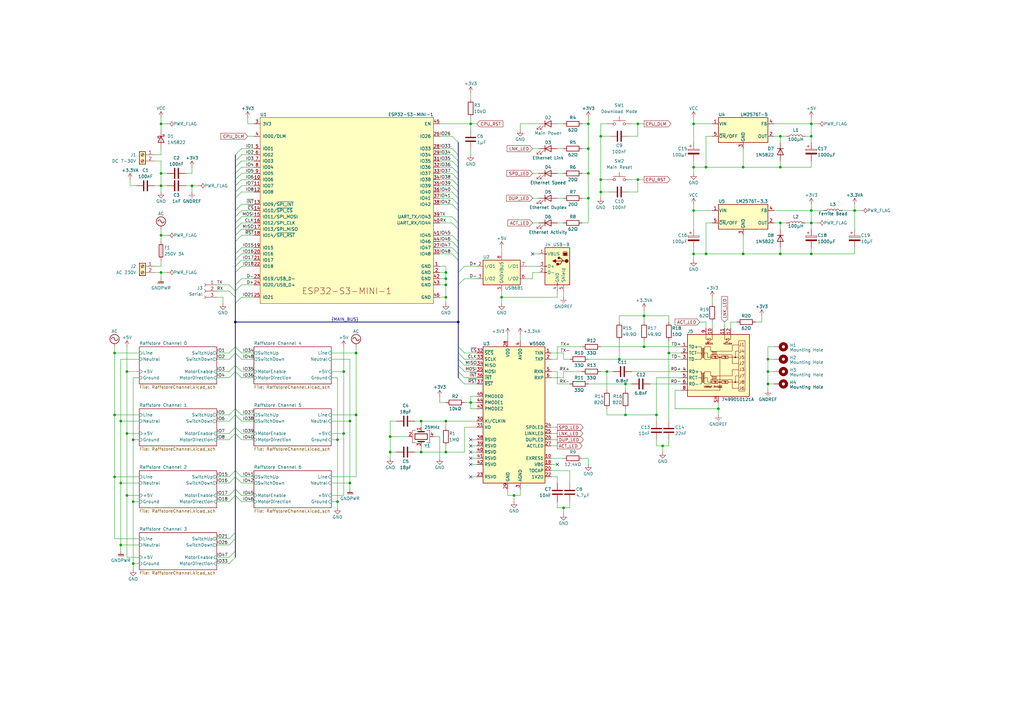
<source format=kicad_sch>
(kicad_sch (version 20211123) (generator eeschema)
  (paper "A3")
  (title_block (title "Raffstore Controller") (date "2022-05-06") (rev "1.2.1") (company "The Rhynaz <https://github.com/Rhynaz>"))
  (bus_alias "MAIN_BUS" (members "IO[1..8]" "~{INT}" "~{CS}" "MOSI" "CLK" "MISO" "~{RST}" "IO[15..18]" "D-" "D+" "IO21" "IO26" "IO[33..42]" "TX" "RX" "IO[45..48]"))
  (junction (at 332.74 104.14))
  (junction (at 66.04 111.76))
  (junction (at 289.56 104.14))
  (junction (at 193.04 50.8))
  (junction (at 241.3 60.96))
  (junction (at 46.99 170.18))
  (junction (at 52.07 152.4))
  (junction (at 294.64 167.64))
  (junction (at 138.43 205.74))
  (junction (at 146.05 170.18))
  (junction (at 231.14 208.28))
  (junction (at 261.62 73.66))
  (junction (at 264.16 142.24))
  (junction (at 350.52 86.36))
  (junction (at 140.97 152.4))
  (junction (at 146.05 144.78))
  (junction (at 172.72 172.72))
  (junction (at 66.04 76.2))
  (junction (at 160.02 185.42))
  (junction (at 54.61 231.14))
  (junction (at 246.38 73.66))
  (junction (at 205.74 121.92))
  (junction (at 274.32 144.78))
  (junction (at 49.53 198.12))
  (junction (at 332.74 91.44))
  (junction (at 193.04 165.1))
  (junction (at 182.88 111.76))
  (junction (at 284.48 68.58))
  (junction (at 52.07 203.2))
  (junction (at 248.92 152.4))
  (junction (at 284.48 104.14))
  (junction (at 172.72 185.42))
  (junction (at 320.04 91.44))
  (junction (at 78.74 76.2))
  (junction (at 332.74 86.36))
  (junction (at 271.78 182.88))
  (junction (at 284.48 86.36))
  (junction (at 314.96 152.4))
  (junction (at 332.74 50.8))
  (junction (at 289.56 68.58))
  (junction (at 54.61 205.74))
  (junction (at 182.88 172.72))
  (junction (at 241.3 71.12))
  (junction (at 314.96 147.32))
  (junction (at 256.54 170.18))
  (junction (at 246.38 55.88))
  (junction (at 66.04 71.12))
  (junction (at 46.99 195.58))
  (junction (at 143.51 172.72))
  (junction (at 187.96 132.08))
  (junction (at 261.62 50.8))
  (junction (at 182.88 114.3))
  (junction (at 254 147.32))
  (junction (at 246.38 78.74))
  (junction (at 49.53 223.52))
  (junction (at 138.43 180.34))
  (junction (at 241.3 81.28))
  (junction (at 160.02 179.07))
  (junction (at 182.88 121.92))
  (junction (at 314.96 157.48))
  (junction (at 49.53 172.72))
  (junction (at 210.82 203.2))
  (junction (at 52.07 177.8))
  (junction (at 96.52 132.08))
  (junction (at 256.54 157.48))
  (junction (at 264.16 129.54))
  (junction (at 46.99 144.78))
  (junction (at 241.3 50.8))
  (junction (at 320.04 104.14))
  (junction (at 66.04 96.52))
  (junction (at 284.48 50.8))
  (junction (at 140.97 177.8))
  (junction (at 66.04 50.8))
  (junction (at 320.04 68.58))
  (junction (at 269.24 170.18))
  (junction (at 182.88 185.42))
  (junction (at 304.8 68.58))
  (junction (at 320.04 55.88))
  (junction (at 143.51 198.12))
  (junction (at 304.8 104.14))
  (junction (at 182.88 116.84))
  (junction (at 332.74 55.88))
  (junction (at 54.61 180.34))
  (no_connect (at 228.6 190.5))
  (no_connect (at 193.04 182.88))
  (no_connect (at 193.04 190.5))
  (no_connect (at 193.04 187.96))
  (no_connect (at 193.04 180.34))
  (no_connect (at 193.04 185.42))
  (no_connect (at 218.44 104.14))
  (no_connect (at 193.04 195.58))
  (bus_entry (at 185.42 104.14) (size 2.54 2.54))
  (bus_entry (at 185.42 78.74) (size 2.54 2.54))
  (bus_entry (at 99.06 121.92) (size -2.54 2.54))
  (bus_entry (at 93.98 172.72) (size 2.54 -2.54))
  (bus_entry (at 96.52 111.76) (size 2.54 -2.54))
  (bus_entry (at 93.98 231.14) (size 2.54 -2.54))
  (bus_entry (at 185.42 91.44) (size 2.54 2.54))
  (bus_entry (at 93.98 177.8) (size 2.54 -2.54))
  (bus_entry (at 187.96 147.32) (size 2.54 2.54))
  (bus_entry (at 185.42 71.12) (size 2.54 2.54))
  (bus_entry (at 99.06 195.58) (size -2.54 -2.54))
  (bus_entry (at 99.06 63.5) (size -2.54 2.54))
  (bus_entry (at 93.98 152.4) (size 2.54 -2.54))
  (bus_entry (at 93.98 119.38) (size 2.54 2.54))
  (bus_entry (at 93.98 116.84) (size 2.54 2.54))
  (bus_entry (at 99.06 154.94) (size -2.54 -2.54))
  (bus_entry (at 99.06 152.4) (size -2.54 -2.54))
  (bus_entry (at 185.42 99.06) (size 2.54 2.54))
  (bus_entry (at 185.42 96.52) (size 2.54 2.54))
  (bus_entry (at 99.06 73.66) (size -2.54 2.54))
  (bus_entry (at 185.42 66.04) (size 2.54 2.54))
  (bus_entry (at 93.98 195.58) (size 2.54 -2.54))
  (bus_entry (at 185.42 60.96) (size 2.54 2.54))
  (bus_entry (at 99.06 198.12) (size -2.54 -2.54))
  (bus_entry (at 99.06 78.74) (size -2.54 2.54))
  (bus_entry (at 96.52 63.5) (size 2.54 -2.54))
  (bus_entry (at 185.42 68.58) (size 2.54 2.54))
  (bus_entry (at 185.42 81.28) (size 2.54 2.54))
  (bus_entry (at 93.98 203.2) (size 2.54 -2.54))
  (bus_entry (at 185.42 76.2) (size 2.54 2.54))
  (bus_entry (at 93.98 205.74) (size 2.54 -2.54))
  (bus_entry (at 99.06 180.34) (size -2.54 -2.54))
  (bus_entry (at 190.5 114.3) (size -2.54 2.54))
  (bus_entry (at 190.5 109.22) (size -2.54 2.54))
  (bus_entry (at 93.98 180.34) (size 2.54 -2.54))
  (bus_entry (at 93.98 228.6) (size 2.54 -2.54))
  (bus_entry (at 99.06 96.52) (size -2.54 2.54))
  (bus_entry (at 99.06 93.98) (size -2.54 2.54))
  (bus_entry (at 93.98 223.52) (size 2.54 -2.54))
  (bus_entry (at 185.42 55.88) (size 2.54 2.54))
  (bus_entry (at 187.96 154.94) (size 2.54 2.54))
  (bus_entry (at 99.06 76.2) (size -2.54 2.54))
  (bus_entry (at 99.06 88.9) (size -2.54 2.54))
  (bus_entry (at 93.98 220.98) (size 2.54 -2.54))
  (bus_entry (at 187.96 142.24) (size 2.54 2.54))
  (bus_entry (at 185.42 88.9) (size 2.54 2.54))
  (bus_entry (at 99.06 144.78) (size -2.54 -2.54))
  (bus_entry (at 93.98 144.78) (size 2.54 -2.54))
  (bus_entry (at 99.06 147.32) (size -2.54 -2.54))
  (bus_entry (at 93.98 147.32) (size 2.54 -2.54))
  (bus_entry (at 99.06 172.72) (size -2.54 -2.54))
  (bus_entry (at 187.96 144.78) (size 2.54 2.54))
  (bus_entry (at 99.06 170.18) (size -2.54 -2.54))
  (bus_entry (at 99.06 104.14) (size -2.54 2.54))
  (bus_entry (at 185.42 73.66) (size 2.54 2.54))
  (bus_entry (at 99.06 66.04) (size -2.54 2.54))
  (bus_entry (at 187.96 149.86) (size 2.54 2.54))
  (bus_entry (at 99.06 83.82) (size -2.54 2.54))
  (bus_entry (at 99.06 68.58) (size -2.54 2.54))
  (bus_entry (at 99.06 205.74) (size -2.54 -2.54))
  (bus_entry (at 93.98 170.18) (size 2.54 -2.54))
  (bus_entry (at 99.06 177.8) (size -2.54 -2.54))
  (bus_entry (at 185.42 83.82) (size 2.54 2.54))
  (bus_entry (at 93.98 154.94) (size 2.54 -2.54))
  (bus_entry (at 99.06 71.12) (size -2.54 2.54))
  (bus_entry (at 99.06 114.3) (size -2.54 2.54))
  (bus_entry (at 99.06 101.6) (size -2.54 2.54))
  (bus_entry (at 99.06 203.2) (size -2.54 -2.54))
  (bus_entry (at 185.42 63.5) (size 2.54 2.54))
  (bus_entry (at 99.06 86.36) (size -2.54 2.54))
  (bus_entry (at 99.06 91.44) (size -2.54 2.54))
  (bus_entry (at 93.98 198.12) (size 2.54 -2.54))
  (bus_entry (at 99.06 116.84) (size -2.54 2.54))
  (bus_entry (at 187.96 152.4) (size 2.54 2.54))
  (bus_entry (at 99.06 106.68) (size -2.54 2.54))
  (bus_entry (at 185.42 101.6) (size 2.54 2.54))
  (wire (pts (xy 182.88 114.3) (xy 182.88 116.84)))
  (bus (pts (xy 187.96 58.42) (xy 187.96 63.5)))
  (wire (pts (xy 320.04 66.04) (xy 320.04 68.58)))
  (bus (pts (xy 96.52 200.66) (xy 96.52 203.2)))
  (wire (pts (xy 317.5 55.88) (xy 320.04 55.88)))
  (bus (pts (xy 187.96 66.04) (xy 187.96 68.58)))
  (wire (pts (xy 248.92 50.8) (xy 246.38 50.8)))
  (wire (pts (xy 54.61 231.14) (xy 54.61 233.68)))
  (wire (pts (xy 190.5 149.86) (xy 195.58 149.86)))
  (bus (pts (xy 96.52 193.04) (xy 96.52 195.58)))
  (wire (pts (xy 180.34 55.88) (xy 185.42 55.88)))
  (bus (pts (xy 96.52 88.9) (xy 96.52 91.44)))
  (bus (pts (xy 96.52 220.98) (xy 96.52 226.06)))
  (wire (pts (xy 269.24 170.18) (xy 269.24 172.72)))
  (wire (pts (xy 57.15 144.78) (xy 46.99 144.78)))
  (bus (pts (xy 96.52 73.66) (xy 96.52 76.2)))
  (wire (pts (xy 254 139.7) (xy 254 147.32)))
  (wire (pts (xy 246.38 78.74) (xy 246.38 81.28)))
  (wire (pts (xy 99.06 109.22) (xy 104.14 109.22)))
  (wire (pts (xy 180.34 60.96) (xy 185.42 60.96)))
  (wire (pts (xy 99.06 121.92) (xy 104.14 121.92)))
  (wire (pts (xy 274.32 139.7) (xy 274.32 144.78)))
  (wire (pts (xy 261.62 50.8) (xy 264.16 50.8)))
  (wire (pts (xy 350.52 86.36) (xy 353.06 86.36)))
  (wire (pts (xy 292.1 121.92) (xy 292.1 124.46)))
  (wire (pts (xy 246.38 142.24) (xy 264.16 142.24)))
  (wire (pts (xy 261.62 55.88) (xy 261.62 50.8)))
  (wire (pts (xy 292.1 91.44) (xy 289.56 91.44)))
  (wire (pts (xy 99.06 73.66) (xy 104.14 73.66)))
  (wire (pts (xy 99.06 147.32) (xy 104.14 147.32)))
  (wire (pts (xy 180.34 99.06) (xy 185.42 99.06)))
  (wire (pts (xy 332.74 91.44) (xy 335.28 91.44)))
  (wire (pts (xy 66.04 96.52) (xy 66.04 99.06)))
  (bus (pts (xy 96.52 149.86) (xy 96.52 152.4)))
  (wire (pts (xy 226.06 144.78) (xy 231.14 144.78)))
  (wire (pts (xy 231.14 119.38) (xy 231.14 121.92)))
  (wire (pts (xy 99.06 101.6) (xy 104.14 101.6)))
  (wire (pts (xy 213.36 50.8) (xy 213.36 53.34)))
  (wire (pts (xy 284.48 50.8) (xy 284.48 58.42)))
  (bus (pts (xy 187.96 78.74) (xy 187.96 81.28)))
  (wire (pts (xy 226.06 152.4) (xy 228.6 152.4)))
  (bus (pts (xy 187.96 91.44) (xy 187.96 93.98)))
  (wire (pts (xy 317.5 147.32) (xy 314.96 147.32)))
  (wire (pts (xy 228.6 71.12) (xy 231.14 71.12)))
  (bus (pts (xy 187.96 73.66) (xy 187.96 76.2)))
  (wire (pts (xy 226.06 175.26) (xy 228.6 175.26)))
  (wire (pts (xy 49.53 223.52) (xy 49.53 226.06)))
  (wire (pts (xy 259.08 50.8) (xy 261.62 50.8)))
  (wire (pts (xy 182.88 185.42) (xy 172.72 185.42)))
  (bus (pts (xy 96.52 167.64) (xy 96.52 170.18)))
  (bus (pts (xy 96.52 68.58) (xy 96.52 71.12)))
  (wire (pts (xy 314.96 152.4) (xy 314.96 147.32)))
  (wire (pts (xy 226.06 180.34) (xy 228.6 180.34)))
  (wire (pts (xy 261.62 73.66) (xy 259.08 73.66)))
  (wire (pts (xy 284.48 68.58) (xy 284.48 71.12)))
  (wire (pts (xy 57.15 154.94) (xy 54.61 154.94)))
  (wire (pts (xy 332.74 55.88) (xy 332.74 50.8)))
  (wire (pts (xy 320.04 91.44) (xy 320.04 93.98)))
  (wire (pts (xy 269.24 154.94) (xy 269.24 170.18)))
  (wire (pts (xy 195.58 175.26) (xy 190.5 175.26)))
  (wire (pts (xy 54.61 205.74) (xy 54.61 231.14)))
  (wire (pts (xy 52.07 152.4) (xy 52.07 177.8)))
  (wire (pts (xy 299.72 132.08) (xy 302.26 132.08)))
  (wire (pts (xy 241.3 91.44) (xy 241.3 81.28)))
  (wire (pts (xy 193.04 180.34) (xy 195.58 180.34)))
  (wire (pts (xy 54.61 154.94) (xy 54.61 180.34)))
  (wire (pts (xy 332.74 66.04) (xy 332.74 68.58)))
  (wire (pts (xy 269.24 182.88) (xy 271.78 182.88)))
  (wire (pts (xy 241.3 147.32) (xy 254 147.32)))
  (wire (pts (xy 162.56 185.42) (xy 160.02 185.42)))
  (wire (pts (xy 99.06 172.72) (xy 104.14 172.72)))
  (wire (pts (xy 246.38 50.8) (xy 246.38 55.88)))
  (wire (pts (xy 78.74 76.2) (xy 78.74 78.74)))
  (wire (pts (xy 66.04 96.52) (xy 68.58 96.52)))
  (wire (pts (xy 248.92 73.66) (xy 246.38 73.66)))
  (wire (pts (xy 317.5 157.48) (xy 314.96 157.48)))
  (wire (pts (xy 294.64 167.64) (xy 276.86 167.64)))
  (wire (pts (xy 193.04 162.56) (xy 193.04 165.1)))
  (wire (pts (xy 146.05 195.58) (xy 146.05 170.18)))
  (wire (pts (xy 208.28 203.2) (xy 210.82 203.2)))
  (wire (pts (xy 317.5 152.4) (xy 314.96 152.4)))
  (wire (pts (xy 57.15 223.52) (xy 49.53 223.52)))
  (wire (pts (xy 88.9 121.92) (xy 91.44 121.92)))
  (bus (pts (xy 96.52 132.08) (xy 96.52 142.24)))
  (wire (pts (xy 193.04 187.96) (xy 195.58 187.96)))
  (wire (pts (xy 264.16 127) (xy 264.16 129.54)))
  (wire (pts (xy 143.51 147.32) (xy 143.51 172.72)))
  (wire (pts (xy 259.08 152.4) (xy 279.4 152.4)))
  (wire (pts (xy 99.06 66.04) (xy 104.14 66.04)))
  (wire (pts (xy 312.42 129.54) (xy 312.42 132.08)))
  (bus (pts (xy 187.96 111.76) (xy 187.96 116.84)))
  (wire (pts (xy 135.89 172.72) (xy 143.51 172.72)))
  (wire (pts (xy 228.6 157.48) (xy 233.68 157.48)))
  (wire (pts (xy 185.42 88.9) (xy 180.34 88.9)))
  (wire (pts (xy 99.06 116.84) (xy 104.14 116.84)))
  (wire (pts (xy 146.05 142.24) (xy 146.05 144.78)))
  (wire (pts (xy 99.06 71.12) (xy 104.14 71.12)))
  (wire (pts (xy 101.6 48.26) (xy 101.6 50.8)))
  (wire (pts (xy 190.5 175.26) (xy 190.5 185.42)))
  (wire (pts (xy 228.6 152.4) (xy 228.6 157.48)))
  (bus (pts (xy 96.52 111.76) (xy 96.52 116.84)))
  (wire (pts (xy 332.74 86.36) (xy 332.74 91.44)))
  (wire (pts (xy 193.04 50.8) (xy 195.58 50.8)))
  (wire (pts (xy 99.06 198.12) (xy 104.14 198.12)))
  (bus (pts (xy 96.52 63.5) (xy 96.52 66.04)))
  (wire (pts (xy 274.32 144.78) (xy 274.32 172.72)))
  (bus (pts (xy 187.96 116.84) (xy 187.96 132.08)))
  (wire (pts (xy 332.74 48.26) (xy 332.74 50.8)))
  (wire (pts (xy 135.89 203.2) (xy 140.97 203.2)))
  (wire (pts (xy 332.74 104.14) (xy 350.52 104.14)))
  (wire (pts (xy 140.97 177.8) (xy 140.97 203.2)))
  (wire (pts (xy 146.05 170.18) (xy 135.89 170.18)))
  (wire (pts (xy 284.48 104.14) (xy 284.48 106.68)))
  (bus (pts (xy 187.96 83.82) (xy 187.96 86.36)))
  (wire (pts (xy 49.53 172.72) (xy 57.15 172.72)))
  (wire (pts (xy 304.8 96.52) (xy 304.8 104.14)))
  (wire (pts (xy 190.5 157.48) (xy 195.58 157.48)))
  (wire (pts (xy 257.81 55.88) (xy 261.62 55.88)))
  (wire (pts (xy 205.74 101.6) (xy 205.74 104.14)))
  (wire (pts (xy 190.5 144.78) (xy 195.58 144.78)))
  (wire (pts (xy 135.89 154.94) (xy 138.43 154.94)))
  (wire (pts (xy 289.56 68.58) (xy 304.8 68.58)))
  (wire (pts (xy 63.5 111.76) (xy 66.04 111.76)))
  (wire (pts (xy 228.6 195.58) (xy 228.6 198.12)))
  (bus (pts (xy 96.52 152.4) (xy 96.52 167.64)))
  (wire (pts (xy 246.38 152.4) (xy 248.92 152.4)))
  (wire (pts (xy 193.04 38.1) (xy 193.04 40.64)))
  (wire (pts (xy 49.53 198.12) (xy 49.53 172.72)))
  (wire (pts (xy 241.3 187.96) (xy 241.3 190.5)))
  (wire (pts (xy 143.51 200.66) (xy 143.51 198.12)))
  (wire (pts (xy 233.68 193.04) (xy 233.68 198.12)))
  (wire (pts (xy 190.5 154.94) (xy 195.58 154.94)))
  (wire (pts (xy 231.14 154.94) (xy 231.14 152.4)))
  (wire (pts (xy 220.98 91.44) (xy 218.44 91.44)))
  (wire (pts (xy 276.86 167.64) (xy 276.86 160.02)))
  (wire (pts (xy 314.96 157.48) (xy 314.96 152.4)))
  (wire (pts (xy 57.15 195.58) (xy 46.99 195.58)))
  (wire (pts (xy 314.96 147.32) (xy 314.96 142.24)))
  (wire (pts (xy 99.06 83.82) (xy 104.14 83.82)))
  (wire (pts (xy 238.76 60.96) (xy 241.3 60.96)))
  (wire (pts (xy 193.04 185.42) (xy 195.58 185.42)))
  (wire (pts (xy 66.04 50.8) (xy 68.58 50.8)))
  (wire (pts (xy 182.88 185.42) (xy 190.5 185.42)))
  (wire (pts (xy 284.48 66.04) (xy 284.48 68.58)))
  (wire (pts (xy 297.18 132.08) (xy 297.18 134.62)))
  (wire (pts (xy 88.9 177.8) (xy 93.98 177.8)))
  (wire (pts (xy 63.5 63.5) (xy 66.04 63.5)))
  (wire (pts (xy 264.16 142.24) (xy 279.4 142.24)))
  (wire (pts (xy 248.92 152.4) (xy 251.46 152.4)))
  (wire (pts (xy 180.34 83.82) (xy 185.42 83.82)))
  (wire (pts (xy 226.06 177.8) (xy 228.6 177.8)))
  (wire (pts (xy 99.06 78.74) (xy 104.14 78.74)))
  (bus (pts (xy 187.96 106.68) (xy 187.96 111.76)))
  (wire (pts (xy 182.88 172.72) (xy 195.58 172.72)))
  (wire (pts (xy 248.92 160.02) (xy 248.92 152.4)))
  (wire (pts (xy 294.64 165.1) (xy 294.64 167.64)))
  (wire (pts (xy 269.24 180.34) (xy 269.24 182.88)))
  (wire (pts (xy 177.8 179.07) (xy 180.34 179.07)))
  (wire (pts (xy 284.48 101.6) (xy 284.48 104.14)))
  (bus (pts (xy 96.52 106.68) (xy 96.52 109.22)))
  (bus (pts (xy 187.96 93.98) (xy 187.96 99.06)))
  (wire (pts (xy 241.3 60.96) (xy 241.3 50.8)))
  (wire (pts (xy 54.61 231.14) (xy 57.15 231.14)))
  (wire (pts (xy 254 129.54) (xy 254 132.08)))
  (wire (pts (xy 172.72 172.72) (xy 172.72 175.26)))
  (wire (pts (xy 66.04 76.2) (xy 63.5 76.2)))
  (wire (pts (xy 248.92 170.18) (xy 256.54 170.18)))
  (wire (pts (xy 88.9 172.72) (xy 93.98 172.72)))
  (wire (pts (xy 66.04 48.26) (xy 66.04 50.8)))
  (wire (pts (xy 180.34 73.66) (xy 185.42 73.66)))
  (wire (pts (xy 218.44 104.14) (xy 220.98 104.14)))
  (wire (pts (xy 66.04 50.8) (xy 66.04 53.34)))
  (wire (pts (xy 284.48 68.58) (xy 289.56 68.58)))
  (wire (pts (xy 140.97 152.4) (xy 140.97 177.8)))
  (wire (pts (xy 88.9 203.2) (xy 93.98 203.2)))
  (bus (pts (xy 96.52 96.52) (xy 96.52 99.06)))
  (wire (pts (xy 182.88 109.22) (xy 182.88 111.76)))
  (wire (pts (xy 46.99 220.98) (xy 46.99 195.58)))
  (wire (pts (xy 284.48 86.36) (xy 284.48 93.98)))
  (wire (pts (xy 292.1 50.8) (xy 284.48 50.8)))
  (bus (pts (xy 187.96 132.08) (xy 187.96 142.24)))
  (wire (pts (xy 55.88 76.2) (xy 53.34 76.2)))
  (wire (pts (xy 66.04 71.12) (xy 66.04 76.2)))
  (bus (pts (xy 96.52 170.18) (xy 96.52 175.26)))
  (wire (pts (xy 182.88 172.72) (xy 182.88 175.26)))
  (wire (pts (xy 226.06 195.58) (xy 228.6 195.58)))
  (wire (pts (xy 180.34 111.76) (xy 182.88 111.76)))
  (wire (pts (xy 205.74 121.92) (xy 205.74 124.46)))
  (wire (pts (xy 228.6 91.44) (xy 231.14 91.44)))
  (wire (pts (xy 231.14 208.28) (xy 233.68 208.28)))
  (wire (pts (xy 271.78 182.88) (xy 274.32 182.88)))
  (wire (pts (xy 138.43 180.34) (xy 138.43 205.74)))
  (wire (pts (xy 226.06 193.04) (xy 233.68 193.04)))
  (bus (pts (xy 96.52 99.06) (xy 96.52 104.14)))
  (wire (pts (xy 193.04 50.8) (xy 193.04 53.34)))
  (wire (pts (xy 274.32 182.88) (xy 274.32 180.34)))
  (wire (pts (xy 49.53 223.52) (xy 49.53 198.12)))
  (wire (pts (xy 289.56 55.88) (xy 289.56 68.58)))
  (bus (pts (xy 96.52 177.8) (xy 96.52 193.04)))
  (wire (pts (xy 99.06 93.98) (xy 104.14 93.98)))
  (wire (pts (xy 231.14 147.32) (xy 233.68 147.32)))
  (wire (pts (xy 66.04 66.04) (xy 66.04 71.12)))
  (wire (pts (xy 88.9 147.32) (xy 93.98 147.32)))
  (wire (pts (xy 332.74 101.6) (xy 332.74 104.14)))
  (wire (pts (xy 238.76 91.44) (xy 241.3 91.44)))
  (wire (pts (xy 309.88 132.08) (xy 312.42 132.08)))
  (wire (pts (xy 66.04 63.5) (xy 66.04 60.96)))
  (wire (pts (xy 220.98 60.96) (xy 218.44 60.96)))
  (wire (pts (xy 182.88 121.92) (xy 182.88 124.46)))
  (wire (pts (xy 195.58 162.56) (xy 193.04 162.56)))
  (wire (pts (xy 292.1 86.36) (xy 284.48 86.36)))
  (wire (pts (xy 160.02 172.72) (xy 160.02 179.07)))
  (wire (pts (xy 215.9 109.22) (xy 220.98 109.22)))
  (bus (pts (xy 187.96 63.5) (xy 187.96 66.04)))
  (bus (pts (xy 96.52 109.22) (xy 96.52 111.76)))
  (bus (pts (xy 187.96 104.14) (xy 187.96 106.68)))
  (wire (pts (xy 190.5 109.22) (xy 195.58 109.22)))
  (wire (pts (xy 320.04 55.88) (xy 320.04 58.42)))
  (wire (pts (xy 140.97 142.24) (xy 140.97 152.4)))
  (wire (pts (xy 180.34 66.04) (xy 185.42 66.04)))
  (wire (pts (xy 208.28 137.16) (xy 208.28 139.7)))
  (wire (pts (xy 332.74 68.58) (xy 320.04 68.58)))
  (wire (pts (xy 135.89 152.4) (xy 140.97 152.4)))
  (wire (pts (xy 264.16 129.54) (xy 264.16 132.08)))
  (wire (pts (xy 182.88 121.92) (xy 180.34 121.92)))
  (bus (pts (xy 187.96 142.24) (xy 187.96 144.78)))
  (wire (pts (xy 193.04 48.26) (xy 193.04 50.8)))
  (wire (pts (xy 180.34 104.14) (xy 185.42 104.14)))
  (wire (pts (xy 317.5 142.24) (xy 314.96 142.24)))
  (wire (pts (xy 345.44 86.36) (xy 350.52 86.36)))
  (wire (pts (xy 180.34 114.3) (xy 182.88 114.3)))
  (bus (pts (xy 96.52 203.2) (xy 96.52 218.44)))
  (wire (pts (xy 190.5 165.1) (xy 193.04 165.1)))
  (wire (pts (xy 172.72 172.72) (xy 182.88 172.72)))
  (wire (pts (xy 210.82 203.2) (xy 210.82 205.74)))
  (wire (pts (xy 88.9 220.98) (xy 93.98 220.98)))
  (wire (pts (xy 292.1 55.88) (xy 289.56 55.88)))
  (wire (pts (xy 238.76 71.12) (xy 241.3 71.12)))
  (wire (pts (xy 160.02 172.72) (xy 162.56 172.72)))
  (wire (pts (xy 57.15 152.4) (xy 52.07 152.4)))
  (bus (pts (xy 96.52 142.24) (xy 96.52 144.78)))
  (wire (pts (xy 193.04 190.5) (xy 195.58 190.5)))
  (wire (pts (xy 193.04 165.1) (xy 195.58 165.1)))
  (bus (pts (xy 96.52 93.98) (xy 96.52 96.52)))
  (wire (pts (xy 46.99 142.24) (xy 46.99 144.78)))
  (wire (pts (xy 332.74 50.8) (xy 335.28 50.8)))
  (wire (pts (xy 180.34 78.74) (xy 185.42 78.74)))
  (wire (pts (xy 304.8 60.96) (xy 304.8 68.58)))
  (wire (pts (xy 99.06 203.2) (xy 104.14 203.2)))
  (wire (pts (xy 182.88 116.84) (xy 182.88 121.92)))
  (wire (pts (xy 185.42 91.44) (xy 180.34 91.44)))
  (wire (pts (xy 99.06 76.2) (xy 104.14 76.2)))
  (wire (pts (xy 241.3 157.48) (xy 256.54 157.48)))
  (wire (pts (xy 99.06 177.8) (xy 104.14 177.8)))
  (wire (pts (xy 66.04 76.2) (xy 68.58 76.2)))
  (wire (pts (xy 99.06 63.5) (xy 104.14 63.5)))
  (bus (pts (xy 96.52 218.44) (xy 96.52 220.98)))
  (wire (pts (xy 241.3 71.12) (xy 241.3 60.96)))
  (wire (pts (xy 57.15 147.32) (xy 49.53 147.32)))
  (wire (pts (xy 46.99 195.58) (xy 46.99 170.18)))
  (wire (pts (xy 193.04 50.8) (xy 180.34 50.8)))
  (wire (pts (xy 284.48 83.82) (xy 284.48 86.36)))
  (wire (pts (xy 259.08 157.48) (xy 256.54 157.48)))
  (wire (pts (xy 233.68 208.28) (xy 233.68 205.74)))
  (wire (pts (xy 220.98 81.28) (xy 218.44 81.28)))
  (wire (pts (xy 180.34 76.2) (xy 185.42 76.2)))
  (bus (pts (xy 187.96 101.6) (xy 187.96 104.14)))
  (wire (pts (xy 99.06 104.14) (xy 104.14 104.14)))
  (wire (pts (xy 246.38 55.88) (xy 246.38 73.66)))
  (wire (pts (xy 99.06 106.68) (xy 104.14 106.68)))
  (bus (pts (xy 187.96 144.78) (xy 187.96 147.32)))
  (wire (pts (xy 54.61 205.74) (xy 57.15 205.74)))
  (wire (pts (xy 238.76 187.96) (xy 241.3 187.96)))
  (wire (pts (xy 215.9 114.3) (xy 218.44 114.3)))
  (wire (pts (xy 256.54 167.64) (xy 256.54 170.18)))
  (wire (pts (xy 193.04 165.1) (xy 193.04 167.64)))
  (wire (pts (xy 274.32 132.08) (xy 274.32 129.54)))
  (wire (pts (xy 332.74 83.82) (xy 332.74 86.36)))
  (wire (pts (xy 180.34 116.84) (xy 182.88 116.84)))
  (wire (pts (xy 320.04 101.6) (xy 320.04 104.14)))
  (wire (pts (xy 228.6 121.92) (xy 228.6 119.38)))
  (wire (pts (xy 180.34 179.07) (xy 180.34 187.96)))
  (wire (pts (xy 46.99 144.78) (xy 46.99 170.18)))
  (wire (pts (xy 226.06 182.88) (xy 228.6 182.88)))
  (wire (pts (xy 193.04 182.88) (xy 195.58 182.88)))
  (wire (pts (xy 99.06 88.9) (xy 104.14 88.9)))
  (wire (pts (xy 88.9 154.94) (xy 93.98 154.94)))
  (bus (pts (xy 187.96 76.2) (xy 187.96 78.74)))
  (bus (pts (xy 187.96 99.06) (xy 187.96 101.6)))
  (wire (pts (xy 246.38 73.66) (xy 246.38 78.74)))
  (wire (pts (xy 193.04 195.58) (xy 195.58 195.58)))
  (wire (pts (xy 135.89 147.32) (xy 143.51 147.32)))
  (wire (pts (xy 205.74 119.38) (xy 205.74 121.92)))
  (bus (pts (xy 187.96 71.12) (xy 187.96 73.66)))
  (wire (pts (xy 279.4 154.94) (xy 269.24 154.94)))
  (wire (pts (xy 66.04 76.2) (xy 66.04 78.74)))
  (wire (pts (xy 317.5 50.8) (xy 332.74 50.8)))
  (wire (pts (xy 101.6 50.8) (xy 104.14 50.8)))
  (wire (pts (xy 304.8 104.14) (xy 320.04 104.14)))
  (wire (pts (xy 294.64 167.64) (xy 294.64 170.18)))
  (wire (pts (xy 66.04 93.98) (xy 66.04 96.52)))
  (wire (pts (xy 88.9 205.74) (xy 93.98 205.74)))
  (wire (pts (xy 49.53 147.32) (xy 49.53 172.72)))
  (wire (pts (xy 182.88 182.88) (xy 182.88 185.42)))
  (wire (pts (xy 226.06 187.96) (xy 231.14 187.96)))
  (wire (pts (xy 99.06 96.52) (xy 104.14 96.52)))
  (wire (pts (xy 91.44 121.92) (xy 91.44 124.46)))
  (wire (pts (xy 193.04 167.64) (xy 195.58 167.64)))
  (wire (pts (xy 228.6 60.96) (xy 231.14 60.96)))
  (wire (pts (xy 276.86 160.02) (xy 279.4 160.02)))
  (wire (pts (xy 190.5 147.32) (xy 195.58 147.32)))
  (wire (pts (xy 208.28 200.66) (xy 208.28 203.2)))
  (wire (pts (xy 231.14 152.4) (xy 238.76 152.4)))
  (bus (pts (xy 96.52 86.36) (xy 96.52 88.9)))
  (wire (pts (xy 172.72 185.42) (xy 170.18 185.42)))
  (wire (pts (xy 66.04 111.76) (xy 68.58 111.76)))
  (wire (pts (xy 250.19 78.74) (xy 246.38 78.74)))
  (wire (pts (xy 180.34 165.1) (xy 182.88 165.1)))
  (wire (pts (xy 332.74 55.88) (xy 332.74 58.42)))
  (wire (pts (xy 99.06 195.58) (xy 104.14 195.58)))
  (wire (pts (xy 88.9 195.58) (xy 93.98 195.58)))
  (wire (pts (xy 160.02 185.42) (xy 160.02 187.96)))
  (wire (pts (xy 99.06 91.44) (xy 104.14 91.44)))
  (wire (pts (xy 180.34 81.28) (xy 185.42 81.28)))
  (wire (pts (xy 289.56 104.14) (xy 304.8 104.14)))
  (bus (pts (xy 96.52 71.12) (xy 96.52 73.66)))
  (wire (pts (xy 332.74 91.44) (xy 332.74 93.98)))
  (wire (pts (xy 226.06 154.94) (xy 231.14 154.94)))
  (wire (pts (xy 254 147.32) (xy 279.4 147.32)))
  (wire (pts (xy 52.07 177.8) (xy 57.15 177.8)))
  (bus (pts (xy 187.96 81.28) (xy 187.96 83.82)))
  (wire (pts (xy 248.92 167.64) (xy 248.92 170.18)))
  (wire (pts (xy 317.5 86.36) (xy 332.74 86.36)))
  (wire (pts (xy 228.6 142.24) (xy 238.76 142.24)))
  (wire (pts (xy 66.04 111.76) (xy 66.04 114.3)))
  (wire (pts (xy 261.62 78.74) (xy 261.62 73.66)))
  (wire (pts (xy 63.5 109.22) (xy 66.04 109.22)))
  (wire (pts (xy 78.74 76.2) (xy 81.28 76.2)))
  (wire (pts (xy 231.14 208.28) (xy 231.14 210.82)))
  (wire (pts (xy 135.89 177.8) (xy 140.97 177.8)))
  (wire (pts (xy 99.06 180.34) (xy 104.14 180.34)))
  (wire (pts (xy 220.98 71.12) (xy 218.44 71.12)))
  (wire (pts (xy 63.5 66.04) (xy 66.04 66.04)))
  (wire (pts (xy 146.05 144.78) (xy 146.05 170.18)))
  (wire (pts (xy 180.34 96.52) (xy 185.42 96.52)))
  (wire (pts (xy 241.3 48.26) (xy 241.3 50.8)))
  (wire (pts (xy 292.1 132.08) (xy 292.1 134.62)))
  (wire (pts (xy 320.04 91.44) (xy 322.58 91.44)))
  (bus (pts (xy 96.52 104.14) (xy 96.52 106.68)))
  (bus (pts (xy 96.52 66.04) (xy 96.52 68.58)))
  (wire (pts (xy 172.72 182.88) (xy 172.72 185.42)))
  (wire (pts (xy 284.48 48.26) (xy 284.48 50.8)))
  (wire (pts (xy 218.44 114.3) (xy 218.44 111.76)))
  (wire (pts (xy 68.58 71.12) (xy 66.04 71.12)))
  (bus (pts (xy 96.52 226.06) (xy 96.52 228.6)))
  (wire (pts (xy 76.2 76.2) (xy 78.74 76.2)))
  (wire (pts (xy 57.15 198.12) (xy 49.53 198.12)))
  (bus (pts (xy 96.52 91.44) (xy 96.52 93.98)))
  (wire (pts (xy 138.43 208.28) (xy 138.43 205.74)))
  (wire (pts (xy 143.51 198.12) (xy 135.89 198.12)))
  (bus (pts (xy 96.52 121.92) (xy 96.52 124.46)))
  (bus (pts (xy 96.52 175.26) (xy 96.52 177.8)))
  (wire (pts (xy 57.15 220.98) (xy 46.99 220.98)))
  (bus (pts (xy 96.52 78.74) (xy 96.52 81.28)))
  (wire (pts (xy 135.89 144.78) (xy 146.05 144.78)))
  (wire (pts (xy 246.38 55.88) (xy 250.19 55.88)))
  (wire (pts (xy 135.89 195.58) (xy 146.05 195.58)))
  (wire (pts (xy 46.99 170.18) (xy 57.15 170.18)))
  (wire (pts (xy 99.06 205.74) (xy 104.14 205.74)))
  (wire (pts (xy 320.04 55.88) (xy 322.58 55.88)))
  (wire (pts (xy 138.43 205.74) (xy 135.89 205.74)))
  (wire (pts (xy 320.04 104.14) (xy 332.74 104.14)))
  (wire (pts (xy 135.89 180.34) (xy 138.43 180.34)))
  (wire (pts (xy 226.06 190.5) (xy 228.6 190.5)))
  (wire (pts (xy 256.54 170.18) (xy 269.24 170.18)))
  (wire (pts (xy 88.9 198.12) (xy 93.98 198.12)))
  (bus (pts (xy 96.52 144.78) (xy 96.52 149.86)))
  (wire (pts (xy 138.43 154.94) (xy 138.43 180.34)))
  (wire (pts (xy 226.06 147.32) (xy 228.6 147.32)))
  (wire (pts (xy 314.96 160.02) (xy 314.96 157.48)))
  (wire (pts (xy 287.02 132.08) (xy 289.56 132.08)))
  (bus (pts (xy 96.52 124.46) (xy 96.52 132.08)))
  (wire (pts (xy 284.48 104.14) (xy 289.56 104.14)))
  (wire (pts (xy 99.06 86.36) (xy 104.14 86.36)))
  (wire (pts (xy 180.34 71.12) (xy 185.42 71.12)))
  (wire (pts (xy 289.56 132.08) (xy 289.56 134.62)))
  (wire (pts (xy 231.14 144.78) (xy 231.14 147.32)))
  (wire (pts (xy 88.9 170.18) (xy 93.98 170.18)))
  (wire (pts (xy 220.98 50.8) (xy 213.36 50.8)))
  (wire (pts (xy 257.81 78.74) (xy 261.62 78.74)))
  (wire (pts (xy 261.62 73.66) (xy 264.16 73.66)))
  (wire (pts (xy 238.76 81.28) (xy 241.3 81.28)))
  (wire (pts (xy 180.34 109.22) (xy 182.88 109.22)))
  (wire (pts (xy 52.07 177.8) (xy 52.07 203.2)))
  (wire (pts (xy 93.98 116.84) (xy 88.9 116.84)))
  (bus (pts (xy 187.96 147.32) (xy 187.96 149.86)))
  (wire (pts (xy 210.82 203.2) (xy 213.36 203.2)))
  (wire (pts (xy 205.74 121.92) (xy 228.6 121.92)))
  (wire (pts (xy 304.8 68.58) (xy 320.04 68.58)))
  (wire (pts (xy 99.06 68.58) (xy 104.14 68.58)))
  (wire (pts (xy 180.34 162.56) (xy 180.34 165.1)))
  (wire (pts (xy 78.74 71.12) (xy 78.74 68.58)))
  (wire (pts (xy 52.07 142.24) (xy 52.07 152.4)))
  (wire (pts (xy 254 129.54) (xy 264.16 129.54)))
  (wire (pts (xy 57.15 228.6) (xy 52.07 228.6)))
  (wire (pts (xy 99.06 170.18) (xy 104.14 170.18)))
  (wire (pts (xy 330.2 55.88) (xy 332.74 55.88)))
  (wire (pts (xy 88.9 180.34) (xy 93.98 180.34)))
  (wire (pts (xy 88.9 152.4) (xy 93.98 152.4)))
  (wire (pts (xy 317.5 91.44) (xy 320.04 91.44)))
  (wire (pts (xy 213.36 203.2) (xy 213.36 200.66)))
  (wire (pts (xy 88.9 228.6) (xy 93.98 228.6)))
  (wire (pts (xy 170.18 172.72) (xy 172.72 172.72)))
  (wire (pts (xy 264.16 129.54) (xy 274.32 129.54)))
  (wire (pts (xy 76.2 71.12) (xy 78.74 71.12)))
  (wire (pts (xy 274.32 144.78) (xy 279.4 144.78)))
  (wire (pts (xy 241.3 81.28) (xy 241.3 71.12)))
  (wire (pts (xy 190.5 152.4) (xy 195.58 152.4)))
  (bus (pts (xy 96.52 195.58) (xy 96.52 200.66)))
  (wire (pts (xy 54.61 180.34) (xy 57.15 180.34)))
  (wire (pts (xy 350.52 86.36) (xy 350.52 93.98)))
  (bus (pts (xy 187.96 86.36) (xy 187.96 91.44)))
  (wire (pts (xy 99.06 144.78) (xy 104.14 144.78)))
  (wire (pts (xy 180.34 68.58) (xy 185.42 68.58)))
  (wire (pts (xy 88.9 223.52) (xy 93.98 223.52)))
  (wire (pts (xy 238.76 50.8) (xy 241.3 50.8)))
  (wire (pts (xy 350.52 104.14) (xy 350.52 101.6)))
  (wire (pts (xy 289.56 91.44) (xy 289.56 104.14)))
  (wire (pts (xy 88.9 231.14) (xy 93.98 231.14)))
  (wire (pts (xy 213.36 137.16) (xy 213.36 139.7)))
  (wire (pts (xy 228.6 147.32) (xy 228.6 142.24)))
  (bus (pts (xy 96.52 116.84) (xy 96.52 119.38)))
  (wire (pts (xy 160.02 179.07) (xy 160.02 185.42)))
  (wire (pts (xy 180.34 63.5) (xy 185.42 63.5)))
  (bus (pts (xy 96.52 81.28) (xy 96.52 86.36)))
  (wire (pts (xy 182.88 111.76) (xy 182.88 114.3)))
  (wire (pts (xy 99.06 114.3) (xy 104.14 114.3)))
  (wire (pts (xy 54.61 180.34) (xy 54.61 205.74)))
  (wire (pts (xy 228.6 81.28) (xy 231.14 81.28)))
  (wire (pts (xy 228.6 205.74) (xy 228.6 208.28)))
  (wire (pts (xy 228.6 50.8) (xy 231.14 50.8)))
  (wire (pts (xy 66.04 106.68) (xy 66.04 109.22)))
  (wire (pts (xy 350.52 86.36) (xy 350.52 83.82)))
  (wire (pts (xy 271.78 182.88) (xy 271.78 185.42)))
  (wire (pts (xy 88.9 144.78) (xy 93.98 144.78)))
  (wire (pts (xy 99.06 152.4) (xy 104.14 152.4)))
  (wire (pts (xy 256.54 157.48) (xy 256.54 160.02)))
  (wire (pts (xy 52.07 203.2) (xy 57.15 203.2)))
  (wire (pts (xy 330.2 91.44) (xy 332.74 91.44)))
  (wire (pts (xy 88.9 119.38) (xy 93.98 119.38)))
  (bus (pts (xy 96.52 119.38) (xy 96.52 121.92)))
  (wire (pts (xy 264.16 139.7) (xy 264.16 142.24)))
  (wire (pts (xy 99.06 60.96) (xy 104.14 60.96)))
  (wire (pts (xy 193.04 63.5) (xy 193.04 60.96)))
  (wire (pts (xy 180.34 101.6) (xy 185.42 101.6)))
  (bus (pts (xy 187.96 68.58) (xy 187.96 71.12)))
  (wire (pts (xy 99.06 154.94) (xy 104.14 154.94)))
  (wire (pts (xy 52.07 203.2) (xy 52.07 228.6)))
  (wire (pts (xy 266.7 157.48) (xy 279.4 157.48)))
  (wire (pts (xy 332.74 86.36) (xy 337.82 86.36)))
  (bus (pts (xy 187.96 152.4) (xy 187.96 154.94)))
  (wire (pts (xy 101.6 55.88) (xy 104.14 55.88)))
  (bus (pts (xy 96.52 132.08) (xy 187.96 132.08)))
  (wire (pts (xy 53.34 76.2) (xy 53.34 73.66)))
  (wire (pts (xy 299.72 134.62) (xy 299.72 132.08)))
  (bus (pts (xy 96.52 76.2) (xy 96.52 78.74)))
  (wire (pts (xy 143.51 172.72) (xy 143.51 198.12)))
  (wire (pts (xy 190.5 114.3) (xy 195.58 114.3)))
  (wire (pts (xy 160.02 179.07) (xy 167.64 179.07)))
  (bus (pts (xy 187.96 149.86) (xy 187.96 152.4)))
  (wire (pts (xy 218.44 111.76) (xy 220.98 111.76)))
  (wire (pts (xy 228.6 208.28) (xy 231.14 208.28)))
  (label "IO37" (at 180.34 71.12 0))
  (label "IO4" (at 104.14 68.58 180))
  (label "{MAIN_BUS}" (at 135.89 132.08 0))
  (label "IO3" (at 104.14 66.04 180))
  (label "IO7" (at 88.9 177.8 0))
  (label "IO34" (at 180.34 63.5 0))
  (label "IO37" (at 104.14 170.18 180))
  (label "IO17" (at 104.14 106.68 180))
  (label "IO48" (at 180.34 104.14 0))
  (label "CLK" (at 104.14 91.44 180))
  (label "IO38" (at 104.14 172.72 180))
  (label "IO35" (at 180.34 66.04 0))
  (label "TD+" (at 279.4 142.24 180))
  (label "IO45" (at 180.34 96.52 0))
  (label "IO18" (at 88.9 205.74 0))
  (label "IO39" (at 180.34 76.2 0))
  (label "~{CS}" (at 195.58 144.78 180))
  (label "IO39" (at 104.14 177.8 180))
  (label "IO33" (at 180.34 60.96 0))
  (label "IO48" (at 104.14 147.32 180))
  (label "IO4" (at 88.9 154.94 0))
  (label "RX" (at 88.9 119.38 0))
  (label "IO33" (at 88.9 231.14 0))
  (label "IO42" (at 104.14 198.12 180))
  (label "IO26" (at 180.34 55.88 0))
  (label "RX-" (at 233.68 157.48 180))
  (label "TD-" (at 279.4 147.32 180))
  (label "IO47" (at 88.9 228.6 0))
  (label "TX" (at 88.9 116.84 0))
  (label "~{RST}" (at 104.14 96.52 180))
  (label "IO16" (at 104.14 104.14 180))
  (label "IO26" (at 88.9 223.52 0))
  (label "~{INT}" (at 195.58 154.94 180))
  (label "IO6" (at 104.14 73.66 180))
  (label "IO1" (at 88.9 144.78 0))
  (label "IO46" (at 104.14 205.74 180))
  (label "CLK" (at 195.58 147.32 180))
  (label "TX+" (at 229.87 142.24 0))
  (label "TX-" (at 229.87 144.78 0))
  (label "IO5" (at 104.14 71.12 180))
  (label "~{RST}" (at 195.58 157.48 180))
  (label "D+" (at 104.14 116.84 180))
  (label "IO36" (at 180.34 68.58 0))
  (label "IO21" (at 104.14 121.92 180))
  (label "IO45" (at 104.14 203.2 180))
  (label "IO46" (at 180.34 99.06 0))
  (label "IO8" (at 104.14 78.74 180))
  (label "IO6" (at 88.9 172.72 0))
  (label "IO47" (at 180.34 101.6 0))
  (label "MOSI" (at 104.14 88.9 180))
  (label "MISO" (at 195.58 149.86 180))
  (label "~{INT}" (at 104.14 83.82 180))
  (label "RD-" (at 279.4 157.48 180))
  (label "IO40" (at 104.14 180.34 180))
  (label "IO15" (at 104.14 101.6 180))
  (label "D-" (at 195.58 114.3 180))
  (label "IO5" (at 88.9 170.18 0))
  (label "MISO" (at 104.14 93.98 180))
  (label "IO17" (at 88.9 203.2 0))
  (label "IO2" (at 88.9 147.32 0))
  (label "MOSI" (at 195.58 152.4 180))
  (label "RX+" (at 233.68 152.4 180))
  (label "IO1" (at 104.14 60.96 180))
  (label "IO3" (at 88.9 152.4 0))
  (label "IO41" (at 104.14 195.58 180))
  (label "IO41" (at 180.34 81.28 0))
  (label "RD+" (at 279.4 152.4 180))
  (label "IO36" (at 104.14 154.94 180))
  (label "D-" (at 104.14 114.3 180))
  (label "~{CS}" (at 104.14 86.36 180))
  (label "IO40" (at 180.34 78.74 0))
  (label "IO42" (at 180.34 83.82 0))
  (label "IO35" (at 104.14 152.4 180))
  (label "IO38" (at 180.34 73.66 0))
  (label "IO21" (at 88.9 220.98 0))
  (label "TX" (at 180.34 88.9 0))
  (label "IO15" (at 88.9 195.58 0))
  (label "IO34" (at 104.14 144.78 180))
  (label "IO16" (at 88.9 198.12 0))
  (label "IO18" (at 104.14 109.22 180))
  (label "IO2" (at 104.14 63.5 180))
  (label "IO7" (at 104.14 76.2 180))
  (label "IO8" (at 88.9 180.34 0))
  (label "RX" (at 180.34 91.44 0))
  (label "D+" (at 195.58 109.22 180))
  (global_label "SPD_LED" (shape input) (at 218.44 71.12 180) (property "Intersheet References" "${INTERSHEET_REFS}" (effects hide)))
  (global_label "LNK_LED" (shape input) (at 218.44 60.96 180) (property "Intersheet References" "${INTERSHEET_REFS}" (effects hide)))
  (global_label "LNK_LED" (shape output) (at 228.6 177.8 0) (property "Intersheet References" "${INTERSHEET_REFS}" (effects hide)))
  (global_label "SPD_LED" (shape output) (at 228.6 175.26 0) (property "Intersheet References" "${INTERSHEET_REFS}" (effects hide)))
  (global_label "CPU_RST" (shape output) (at 264.16 73.66 0) (property "Intersheet References" "${INTERSHEET_REFS}" (effects hide)))
  (global_label "CPU_DLM" (shape input) (at 101.6 55.88 180) (property "Intersheet References" "${INTERSHEET_REFS}" (effects hide)))
  (global_label "ACT_LED" (shape output) (at 228.6 182.88 0) (property "Intersheet References" "${INTERSHEET_REFS}" (effects hide)))
  (global_label "ACT_LED" (shape input) (at 218.44 91.44 180) (property "Intersheet References" "${INTERSHEET_REFS}" (effects hide)))
  (global_label "CPU_DLM" (shape output) (at 264.16 50.8 0) (property "Intersheet References" "${INTERSHEET_REFS}" (effects hide)))
  (global_label "DUP_LED" (shape output) (at 228.6 180.34 0) (property "Intersheet References" "${INTERSHEET_REFS}" (effects hide)))
  (global_label "CPU_RST" (shape input) (at 195.58 50.8 0) (property "Intersheet References" "${INTERSHEET_REFS}" (effects hide)))
  (global_label "ACT_LED" (shape input) (at 287.02 132.08 180) (property "Intersheet References" "${INTERSHEET_REFS}" (effects hide)))
  (global_label "LNK_LED" (shape input) (at 297.18 132.08 90) (property "Intersheet References" "${INTERSHEET_REFS}" (effects hide)))
  (global_label "DUP_LED" (shape input) (at 218.44 81.28 180) (property "Intersheet References" "${INTERSHEET_REFS}" (effects hide)))
  (symbol (lib_id "Device:C_Polarized") (at 332.74 97.79 0) (unit 1)
    (property "Reference" "C18" (at 335.28 96.52 0) (effects (justify left)))
    (property "Value" "1000µF" (at 335.28 99.06 0) (effects (justify left)))
    (property "Footprint" "Capacitor_THT:CP_Radial_D16.0mm_P7.50mm" (effects hide))
  )
  (symbol (lib_id "Device:R") (at 242.57 142.24 90) (unit 1)
    (property "Reference" "R12" (at 242.57 139.7 90))
    (property "Value" "33Ω" (at 242.57 144.78 90))
    (property "Footprint" "Resistor_SMD:R_0603_1608Metric" (effects hide))
    (property "LCSC" "C23140" (effects hide))
    (property "Description" "33Ω 0603 1%" (effects hide))
  )
  (symbol (lib_id "Regulator_Switching:LM2576T-3.3") (at 304.8 88.9 0) (unit 1)
    (property "Reference" "U5" (at 294.64 82.55 0) (effects (justify left)))
    (property "Value" "LM2576T-3.3" (at 314.96 82.55 0) (effects (justify right)))
    (property "Footprint" "Package_TO_SOT_THT:TO-220-5_Vertical" (effects hide))
    (property "Datasheet" "${KIPRJMOD}/datasheets/LM2576.pdf" (effects hide))
    (property "LCSC" "C194477" (effects hide))
    (property "Manufacturer" "Texas Instruments" (effects hide))
    (property "PartNumber" "LM2576T-3.3" (effects hide))
  )
  (symbol (lib_id "Device:R") (at 182.88 179.07 0) (mirror x) (unit 1)
    (property "Reference" "R1" (at 184.15 177.8 0) (effects (justify left)))
    (property "Value" "1MΩ" (at 184.15 180.34 0) (effects (justify left)))
    (property "Footprint" "Resistor_SMD:R_0402_1005Metric" (effects hide))
    (property "LCSC" "C26083" (effects hide))
    (property "Description" "1MΩ 0402 1%" (effects hide))
  )
  (symbol (lib_id "Connector:Wuerth_7499010121A") (at 294.64 149.86 0) (mirror y) (unit 1)
    (property "Reference" "J5" (at 281.94 135.89 0) (effects (justify right)))
    (property "Value" "7499010121A" (at 295.91 163.83 0) (effects (justify right)))
    (property "Footprint" "Connector_RJ:RJ45_Wuerth_7499010121A_Horizontal" (effects hide))
    (property "Datasheet" "${KIPRJMOD}/datasheets/7499010121A.pdf" (effects hide))
  )
  (symbol (lib_id "Connector:Screw_Terminal_01x02") (at 58.42 109.22 0) (mirror y) (unit 1)
    (property "Reference" "J2" (at 55.88 109.22 0) (effects (justify left)))
    (property "Value" "AC 230V" (at 55.88 111.76 0) (effects (justify left)))
    (property "Footprint" "TerminalBlock_RND:TerminalBlock_RND_205-00012_1x02_P5.00mm_Horizontal" (effects hide))
  )
  (symbol (lib_id "Device:R") (at 306.07 132.08 90) (unit 1)
    (property "Reference" "R20" (at 306.07 129.54 90))
    (property "Value" "62Ω" (at 306.07 134.62 90))
    (property "Footprint" "Resistor_SMD:R_0603_1608Metric" (effects hide))
    (property "LCSC" "C25190" (effects hide))
    (property "Description" "62Ω 0603 1%" (effects hide))
  )
  (symbol (lib_id "power:PWR_FLAG") (at 335.28 50.8 270) (unit 1)
    (property "Reference" "#FLG05" (effects hide))
    (property "Value" "PWR_FLAG" (at 337.82 50.8 90) (effects (justify left)))
  )
  (symbol (lib_id "Device:C") (at 262.89 157.48 90) (unit 1)
    (property "Reference" "C12" (at 262.89 153.67 90))
    (property "Value" "6.8nF" (at 262.89 161.29 90))
    (property "Footprint" "Capacitor_SMD:C_0402_1005Metric" (effects hide))
    (property "LCSC" "C1542" (effects hide))
    (property "Description" "6.8nF 0402 25V" (effects hide))
  )
  (symbol (lib_id "power:GND") (at 231.14 210.82 0) (mirror y) (unit 1)
    (property "Reference" "#PWR031" (effects hide))
    (property "Value" "GND" (at 231.14 214.63 0))
  )
  (symbol (lib_id "power:GND") (at 91.44 124.46 0) (unit 1)
    (property "Reference" "#PWR012" (effects hide))
    (property "Value" "GND" (at 91.44 128.27 0))
  )
  (symbol (lib_id "power:GND") (at 241.3 190.5 0) (mirror y) (unit 1)
    (property "Reference" "#PWR033" (effects hide))
    (property "Value" "GND" (at 241.3 194.31 0))
  )
  (symbol (lib_id "power:+3.3V") (at 101.6 48.26 0) (unit 1)
    (property "Reference" "#PWR013" (effects hide))
    (property "Value" "+3.3V" (at 101.6 44.45 0))
  )
  (symbol (lib_id "Mechanical:MountingHole_Pad") (at 320.04 157.48 270) (mirror x) (unit 1)
    (property "Reference" "H4" (at 323.85 156.845 90) (effects (justify left)))
    (property "Value" "Mounting Hole" (at 323.85 158.75 90) (effects (justify left)))
    (property "Footprint" "MountingHole:MountingHole_3.5mm_Pad" (effects hide))
  )
  (symbol (lib_id "power:+3.3V") (at 332.74 83.82 0) (mirror y) (unit 1)
    (property "Reference" "#PWR046" (effects hide))
    (property "Value" "+3.3V" (at 332.74 80.01 0))
  )
  (symbol (lib_id "power:PWR_FLAG") (at 81.28 76.2 270) (unit 1)
    (property "Reference" "#FLG04" (effects hide))
    (property "Value" "PWR_FLAG" (at 83.82 76.2 90) (effects (justify left)))
  )
  (symbol (lib_id "Device:C") (at 269.24 176.53 0) (unit 1)
    (property "Reference" "C13" (at 266.7 175.26 0) (effects (justify right)))
    (property "Value" "10nF" (at 266.7 177.8 0) (effects (justify right)))
    (property "Footprint" "Capacitor_SMD:C_0402_1005Metric" (effects hide))
    (property "LCSC" "C15195" (effects hide))
    (property "Description" "10nF 0402 25V" (effects hide))
  )
  (symbol (lib_id "Device:C") (at 255.27 152.4 90) (unit 1)
    (property "Reference" "C11" (at 255.27 148.59 90))
    (property "Value" "6.8nF" (at 255.27 156.21 90))
    (property "Footprint" "Capacitor_SMD:C_0402_1005Metric" (effects hide))
    (property "LCSC" "C1542" (effects hide))
    (property "Description" "6.8nF 0402 25V" (effects hide))
  )
  (symbol (lib_id "power:GNDREF") (at 231.14 121.92 0) (unit 1)
    (property "Reference" "#PWR030" (effects hide))
    (property "Value" "GNDREF" (at 231.14 125.73 0))
  )
  (symbol (lib_id "Device:L") (at 326.39 91.44 90) (unit 1)
    (property "Reference" "L2" (at 326.39 88.9 90))
    (property "Value" "100µH" (at 326.39 92.71 90))
    (property "Footprint" "Inductor_THT:L_Toroid_Vertical_L26.7mm_W14.0mm_P10.16mm_Pulse_D" (effects hide))
    (property "Datasheet" "${KIPRJMOD}/datasheets/PE-92108.pdf" (effects hide))
  )
  (symbol (lib_id "Device:C") (at 274.32 176.53 0) (unit 1)
    (property "Reference" "C14" (at 276.86 175.26 0) (effects (justify left)))
    (property "Value" "22nF" (at 276.86 177.8 0) (effects (justify left)))
    (property "Footprint" "Capacitor_SMD:C_0402_1005Metric" (effects hide))
    (property "LCSC" "C1532" (effects hide))
    (property "Description" "22nF 0402 25V" (effects hide))
  )
  (symbol (lib_id "power:GNDPWR") (at 66.04 114.3 0) (unit 1)
    (property "Reference" "#PWR09" (effects hide))
    (property "Value" "GNDPWR" (at 66.04 118.11 0))
  )
  (symbol (lib_id "Device:LED") (at 224.79 71.12 0) (unit 1)
    (property "Reference" "D4" (at 224.79 68.58 0))
    (property "Value" "Ethernet Speed" (at 224.79 74.93 0))
    (property "Footprint" "LED_SMD:LED_0603_1608Metric" (effects hide))
    (property "Datasheet" "${KIPRJMOD}/datasheets/QBLP601-2IB.pdf" (effects hide))
    (property "LCSC" "C72041" (effects hide))
    (property "Manufacturer" "QT Brightek (QTB)" (effects hide))
    (property "PartNumber" "QBLP601-2IB" (effects hide))
  )
  (symbol (lib_id "power:+3.3V") (at 193.04 38.1 0) (mirror y) (unit 1)
    (property "Reference" "#PWR022" (effects hide))
    (property "Value" "+3.3V" (at 193.04 34.29 0))
  )
  (symbol (lib_id "power:VCC") (at 66.04 48.26 0) (unit 1)
    (property "Reference" "#PWR06" (effects hide))
    (property "Value" "VCC" (at 66.04 44.45 0))
  )
  (symbol (lib_id "Device:L") (at 326.39 55.88 90) (unit 1)
    (property "Reference" "L1" (at 326.39 53.34 90))
    (property "Value" "100µH" (at 326.39 57.15 90))
    (property "Footprint" "Inductor_THT:L_Toroid_Vertical_L26.7mm_W14.0mm_P10.16mm_Pulse_D" (effects hide))
    (property "Datasheet" "${KIPRJMOD}/datasheets/PE-92108.pdf" (effects hide))
  )
  (symbol (lib_id "Power_Protection:USB6B1") (at 205.74 111.76 0) (unit 1)
    (property "Reference" "U2" (at 198.12 105.41 0) (effects (justify left)))
    (property "Value" "USB6B1" (at 207.01 118.11 0) (effects (justify left)))
    (property "Footprint" "Package_SO:SOIC-8_3.9x4.9mm_P1.27mm" (effects hide))
    (property "Datasheet" "${KIPRJMOD}/datasheets/USB6B1.pdf" (effects hide))
    (property "LCSC" "C10508" (effects hide))
    (property "Manufacturer" "STMicroelectronics" (effects hide))
    (property "PartNumber" "USB6B1RL" (effects hide))
  )
  (symbol (lib_id "power:GNDREF") (at 294.64 170.18 0) (unit 1)
    (property "Reference" "#PWR042" (effects hide))
    (property "Value" "GNDREF" (at 294.64 173.99 0))
  )
  (symbol (lib_id "Device:LED") (at 224.79 91.44 0) (unit 1)
    (property "Reference" "D6" (at 224.79 88.9 0))
    (property "Value" "Ethernet Activity" (at 224.79 95.25 0))
    (property "Footprint" "LED_SMD:LED_0603_1608Metric" (effects hide))
    (property "Datasheet" "${KIPRJMOD}/datasheets/QBLP601-AG1.pdf" (effects hide))
    (property "LCSC" "C72043" (effects hide))
    (property "Manufacturer" "QT Brightek (QTB)" (effects hide))
    (property "PartNumber" "QBLP601-AG1" (effects hide))
  )
  (symbol (lib_id "power:GNDREF") (at 314.96 160.02 0) (unit 1)
    (property "Reference" "#PWR044" (effects hide))
    (property "Value" "GNDREF" (at 314.96 163.83 0))
  )
  (symbol (lib_id "power:GND") (at 210.82 205.74 0) (mirror y) (unit 1)
    (property "Reference" "#PWR027" (effects hide))
    (property "Value" "GND" (at 210.82 209.55 0))
  )
  (symbol (lib_id "ESP32-S3-MINI-1:ESP32-S3-MINI-1") (at 142.24 86.36 0) (unit 1)
    (property "Reference" "U1" (at 106.68 46.99 0) (effects (justify left)))
    (property "Value" "ESP32-S3-MINI-1" (at 177.8 46.99 0) (effects (justify right)))
    (property "Footprint" "ESP32-S3-MINI-1:ESP32-S3-MINI-1" (effects hide))
    (property "Datasheet" "${KIPRJMOD}/ESP32-S3-MINI-1/ESP32-S3-MINI-1.pdf" (effects hide))
    (property "Manufacturer" "Espressif Systems" (effects hide))
    (property "PartNumber" "ESP32-S3-MINI-1-N8" (effects hide))
    (property "LCSC" "C2913206" (effects hide))
  )
  (symbol (lib_id "Device:R") (at 264.16 135.89 0) (unit 1)
    (property "Reference" "R17" (at 265.43 134.62 0) (effects (justify left)))
    (property "Value" "49.9Ω" (at 265.43 137.16 0) (effects (justify left)))
    (property "Footprint" "Resistor_SMD:R_0603_1608Metric" (effects hide))
    (property "LCSC" "C23185" (effects hide))
    (property "Description" "49.9Ω 0603 1%" (effects hide))
  )
  (symbol (lib_id "power:+3.3V") (at 312.42 129.54 0) (unit 1)
    (property "Reference" "#PWR043" (effects hide))
    (property "Value" "+3.3V" (at 312.42 125.73 0))
  )
  (symbol (lib_id "power:+3.3V") (at 180.34 162.56 0) (unit 1)
    (property "Reference" "#PWR019" (effects hide))
    (property "Value" "+3.3V" (at 180.34 158.75 0))
  )
  (symbol (lib_id "power:GND") (at 54.61 233.68 0) (unit 1)
    (property "Reference" "#PWR05" (effects hide))
    (property "Value" "GND" (at 54.61 237.49 0))
  )
  (symbol (lib_id "power:AC") (at 66.04 93.98 0) (unit 1)
    (property "Reference" "#PWR08" (effects hide))
    (property "Value" "AC" (at 66.04 87.63 0))
  )
  (symbol (lib_id "Device:L") (at 341.63 86.36 90) (unit 1)
    (property "Reference" "L3" (at 341.63 83.82 90))
    (property "Value" "Ferrite Bead" (at 341.63 87.63 90))
    (property "Footprint" "Inductor_SMD:L_0402_1005Metric" (effects hide))
    (property "Datasheet" "${KIPRJMOD}/datasheets/BLM18SG121TZ1D.pdf" (effects hide))
    (property "LCSC" "C185886" (effects hide))
    (property "Manufacturer" "Murata Electronics" (effects hide))
    (property "PartNumber" "BLM18SG121TZ1D" (effects hide))
  )
  (symbol (lib_id "Connector:USB_B") (at 228.6 109.22 0) (mirror y) (unit 1)
    (property "Reference" "J4" (at 223.52 100.33 0) (effects (justify right)))
    (property "Value" "USB-B" (at 233.68 100.33 0) (effects (justify left)))
    (property "Footprint" "Connector_USB:USB_B_TE_5787834_Vertical" (effects hide))
    (property "Datasheet" "${KIPRJMOD}/datasheets/614004141221.pdf" (effects hide))
    (property "LCSC" "C26234" (effects hide))
    (property "Manufacturer" "Würth Elektronik" (effects hide))
    (property "PartNumber" "614004141221" (effects hide))
  )
  (symbol (lib_id "Device:R") (at 234.95 71.12 90) (unit 1)
    (property "Reference" "R6" (at 234.95 68.58 90))
    (property "Value" "20Ω" (at 234.95 73.66 90))
    (property "Footprint" "Resistor_SMD:R_0603_1608Metric" (effects hide))
    (property "LCSC" "C27592" (effects hide))
    (property "Description" "20Ω 0603 1%" (effects hide))
  )
  (symbol (lib_id "power:+3.3VA") (at 213.36 137.16 0) (unit 1)
    (property "Reference" "#PWR029" (effects hide))
    (property "Value" "+3.3VA" (at 214.63 135.89 0) (effects (justify left)))
  )
  (symbol (lib_id "Device:R") (at 274.32 135.89 0) (unit 1)
    (property "Reference" "R18" (at 275.59 134.62 0) (effects (justify left)))
    (property "Value" "10Ω" (at 275.59 137.16 0) (effects (justify left)))
    (property "Footprint" "Resistor_SMD:R_0402_1005Metric" (effects hide))
    (property "LCSC" "C25077" (effects hide))
    (property "Description" "10Ω 0402 1%" (effects hide))
  )
  (symbol (lib_id "Device:C_Polarized") (at 284.48 62.23 0) (unit 1)
    (property "Reference" "C15" (at 281.94 60.96 0) (effects (justify right)))
    (property "Value" "100µF" (at 281.94 63.5 0) (effects (justify right)))
    (property "Footprint" "Capacitor_THT:CP_Radial_D8.0mm_P3.50mm" (effects hide))
  )
  (symbol (lib_id "Device:C") (at 59.69 76.2 270) (mirror x) (unit 1)
    (property "Reference" "C1" (at 59.69 69.85 90))
    (property "Value" "100nF" (at 59.69 72.39 90))
    (property "Footprint" "Capacitor_SMD:C_0402_1005Metric" (effects hide))
    (property "LCSC" "C1525" (effects hide))
    (property "Description" "100nF 0402 25V" (effects hide))
  )
  (symbol (lib_id "Device:R") (at 254 135.89 0) (unit 1)
    (property "Reference" "R15" (at 255.27 134.62 0) (effects (justify left)))
    (property "Value" "49.9Ω" (at 255.27 137.16 0) (effects (justify left)))
    (property "Footprint" "Resistor_SMD:R_0603_1608Metric" (effects hide))
    (property "LCSC" "C23185" (effects hide))
    (property "Description" "49.9Ω 0603 1%" (effects hide))
  )
  (symbol (lib_id "power:PWR_FLAG") (at 353.06 86.36 270) (unit 1)
    (property "Reference" "#FLG07" (effects hide))
    (property "Value" "PWR_FLAG" (at 355.6 86.36 90) (effects (justify left)))
  )
  (symbol (lib_id "power:GND") (at 193.04 63.5 0) (unit 1)
    (property "Reference" "#PWR023" (effects hide))
    (property "Value" "GND" (at 193.04 67.31 0))
  )
  (symbol (lib_id "power:GND") (at 66.04 78.74 0) (mirror y) (unit 1)
    (property "Reference" "#PWR07" (effects hide))
    (property "Value" "GND" (at 66.04 82.55 0))
  )
  (symbol (lib_id "power:+5V") (at 205.74 101.6 0) (mirror y) (unit 1)
    (property "Reference" "#PWR024" (effects hide))
    (property "Value" "+5V" (at 205.74 97.79 0))
  )
  (symbol (lib_id "power:GND") (at 182.88 124.46 0) (mirror y) (unit 1)
    (property "Reference" "#PWR021" (effects hide))
    (property "Value" "GND" (at 182.88 128.27 0))
  )
  (symbol (lib_id "power:GND") (at 246.38 81.28 0) (mirror y) (unit 1)
    (property "Reference" "#PWR034" (effects hide))
    (property "Value" "GND" (at 246.38 85.09 0))
  )
  (symbol (lib_id "Device:R") (at 292.1 128.27 0) (unit 1)
    (property "Reference" "R19" (at 290.83 127 0) (effects (justify right)))
    (property "Value" "62Ω" (at 290.83 129.54 0) (effects (justify right)))
    (property "Footprint" "Resistor_SMD:R_0603_1608Metric" (effects hide))
    (property "LCSC" "C25190" (effects hide))
    (property "Description" "62Ω 0603 1%" (effects hide))
  )
  (symbol (lib_id "power:+5V") (at 332.74 48.26 0) (mirror y) (unit 1)
    (property "Reference" "#PWR045" (effects hide))
    (property "Value" "+5V" (at 332.74 44.45 0))
  )
  (symbol (lib_id "power:GND") (at 138.43 208.28 0) (mirror y) (unit 1)
    (property "Reference" "#PWR014" (effects hide))
    (property "Value" "GND" (at 138.43 212.09 0))
  )
  (symbol (lib_id "power:VCC") (at 284.48 48.26 0) (unit 1)
    (property "Reference" "#PWR037" (effects hide))
    (property "Value" "VCC" (at 284.48 44.45 0))
  )
  (symbol (lib_id "power:+3.3VA") (at 53.34 73.66 0) (mirror y) (unit 1)
    (property "Reference" "#PWR04" (effects hide))
    (property "Value" "+3.3VA" (at 53.34 69.85 0))
  )
  (symbol (lib_id "Mechanical:MountingHole_Pad") (at 320.04 147.32 270) (mirror x) (unit 1)
    (property "Reference" "H2" (at 323.85 146.685 90) (effects (justify left)))
    (property "Value" "Mounting Hole" (at 323.85 148.5899 90) (effects (justify left)))
    (property "Footprint" "MountingHole:MountingHole_3.5mm_Pad" (effects hide))
  )
  (symbol (lib_id "power:GND") (at 205.74 124.46 0) (mirror y) (unit 1)
    (property "Reference" "#PWR025" (effects hide))
    (property "Value" "GND" (at 205.74 128.27 0))
  )
  (symbol (lib_id "Device:R") (at 234.95 60.96 90) (unit 1)
    (property "Reference" "R5" (at 234.95 58.42 90))
    (property "Value" "62Ω" (at 234.95 63.5 90))
    (property "Footprint" "Resistor_SMD:R_0603_1608Metric" (effects hide))
    (property "LCSC" "C25190" (effects hide))
    (property "Description" "62Ω 0603 1%" (effects hide))
  )
  (symbol (lib_id "Device:LED") (at 224.79 50.8 0) (unit 1)
    (property "Reference" "D2" (at 224.79 48.26 0))
    (property "Value" "Main Power" (at 224.79 54.61 0))
    (property "Footprint" "LED_SMD:LED_0603_1608Metric" (effects hide))
    (property "Datasheet" "${KIPRJMOD}/datasheets/QBLP601.pdf" (effects hide))
    (property "LCSC" "C84256" (effects hide))
    (property "Manufacturer" "QT Brightek (QTB)" (effects hide))
    (property "PartNumber" "QBLP601-R" (effects hide))
  )
  (symbol (lib_id "power:GNDPWR") (at 143.51 200.66 0) (mirror y) (unit 1)
    (property "Reference" "#PWR016" (effects hide))
    (property "Value" "GNDPWR" (at 143.51 204.47 0))
  )
  (symbol (lib_id "power:PWR_FLAG") (at 68.58 50.8 270) (unit 1)
    (property "Reference" "#FLG01" (effects hide))
    (property "Value" "PWR_FLAG" (at 71.12 50.8 90) (effects (justify left)))
  )
  (symbol (lib_id "Device:C") (at 228.6 201.93 0) (mirror y) (unit 1)
    (property "Reference" "C7" (at 226.06 200.66 0) (effects (justify left)))
    (property "Value" "10nF" (at 226.06 203.2 0) (effects (justify left)))
    (property "Footprint" "Capacitor_SMD:C_0402_1005Metric" (effects hide))
    (property "LCSC" "C15195" (effects hide))
    (property "Description" "10nF 0402 25V" (effects hide))
  )
  (symbol (lib_id "Mechanical:MountingHole_Pad") (at 320.04 142.24 270) (mirror x) (unit 1)
    (property "Reference" "H1" (at 323.85 141.605 90) (effects (justify left)))
    (property "Value" "Mounting Hole" (at 323.85 143.5099 90) (effects (justify left)))
    (property "Footprint" "MountingHole:MountingHole_3.5mm_Pad" (effects hide))
  )
  (symbol (lib_id "power:GND") (at 284.48 106.68 0) (unit 1)
    (property "Reference" "#PWR040" (effects hide))
    (property "Value" "GND" (at 284.48 110.49 0))
  )
  (symbol (lib_id "Device:C") (at 72.39 76.2 90) (mirror x) (unit 1)
    (property "Reference" "C3" (at 72.39 80.01 90))
    (property "Value" "1nF" (at 72.39 82.55 90))
    (property "Footprint" "Capacitor_SMD:C_1206_3216Metric" (effects hide))
    (property "LCSC" "C9196" (effects hide))
    (property "Description" "1nF 1206 2kV" (effects hide))
  )
  (symbol (lib_id "Switch:SW_Push") (at 254 73.66 0) (unit 1)
    (property "Reference" "SW2" (at 254 66.04 0))
    (property "Value" "Main Reset" (at 254 68.58 0))
    (property "Footprint" "Button_Switch_SMD:SW_SPST_TL3342" (effects hide))
    (property "Datasheet" "${KIPRJMOD}/datasheets/TL3342.pdf" (effects hide))
    (property "LCSC" "C318884" (effects hide))
    (property "Manufacturer" "E-Switch" (effects hide))
    (property "PartNumber" "TL3342F260QG" (effects hide))
  )
  (symbol (lib_id "Switch:SW_Push") (at 254 50.8 0) (unit 1)
    (property "Reference" "SW1" (at 254 43.18 0))
    (property "Value" "Download Mode" (at 254 45.72 0))
    (property "Footprint" "Button_Switch_SMD:SW_SPST_TL3342" (effects hide))
    (property "Datasheet" "${KIPRJMOD}/datasheets/TL3342.pdf" (effects hide))
    (property "LCSC" "C318884" (effects hide))
    (property "Manufacturer" "E-Switch" (effects hide))
    (property "PartNumber" "TL3342F260QG" (effects hide))
  )
  (symbol (lib_id "power:+5V") (at 52.07 142.24 0) (mirror y) (unit 1)
    (property "Reference" "#PWR03" (effects hide))
    (property "Value" "+5V" (at 52.07 138.43 0))
  )
  (symbol (lib_id "Device:Crystal_GND24") (at 172.72 179.07 90) (mirror x) (unit 1)
    (property "Reference" "Y1" (at 173.99 182.88 90) (effects (justify right)))
    (property "Value" "25MHz" (at 173.99 175.26 90) (effects (justify right)))
    (property "Footprint" "Oscillator:Oscillator_SMD_EuroQuartz_XO32-4Pin_3.2x2.5mm" (effects hide))
    (property "Datasheet" "${KIPRJMOD}/datasheets/FA-238.pdf" (effects hide))
    (property "LCSC" "C9006" (effects hide))
    (property "Manufacturer" "EPSON" (effects hide))
    (property "PartNumber" "FA-238 25.0000MB-W0" (effects hide))
  )
  (symbol (lib_id "power:VCC") (at 284.48 83.82 0) (unit 1)
    (property "Reference" "#PWR039" (effects hide))
    (property "Value" "VCC" (at 284.48 80.01 0))
  )
  (symbol (lib_id "Device:D_Schottky") (at 66.04 57.15 270) (unit 1)
    (property "Reference" "D1" (at 68.58 55.88 90) (effects (justify left)))
    (property "Value" "1N5822" (at 68.58 58.42 90) (effects (justify left)))
    (property "Footprint" "Diode_THT:D_DO-201AD_P12.70mm_Horizontal" (effects hide))
    (property "Datasheet" "${KIPRJMOD}/datasheets/1N5822.pdf" (effects hide))
    (property "LCSC" "C2476" (effects hide))
    (property "Manufacturer" "Vishay Intertech" (effects hide))
    (property "PartNumber" "1N5822" (effects hide))
  )
  (symbol (lib_id "Device:C_Polarized") (at 284.48 97.79 0) (unit 1)
    (property "Reference" "C16" (at 281.94 96.52 0) (effects (justify right)))
    (property "Value" "100µF" (at 281.94 99.06 0) (effects (justify right)))
    (property "Footprint" "Capacitor_THT:CP_Radial_D8.0mm_P3.50mm" (effects hide))
  )
  (symbol (lib_id "Connector:Conn_01x03_Female") (at 83.82 119.38 0) (mirror y) (unit 1)
    (property "Reference" "J3" (at 83.185 118.11 0) (effects (justify left)))
    (property "Value" "Serial" (at 83.185 120.65 0) (effects (justify left)))
    (property "Footprint" "Connector_PinSocket_2.54mm:PinSocket_1x03_P2.54mm_Vertical" (effects hide))
  )
  (symbol (lib_id "power:+3.3V") (at 292.1 121.92 0) (unit 1)
    (property "Reference" "#PWR041" (effects hide))
    (property "Value" "+3.3V" (at 292.1 118.11 0))
  )
  (symbol (lib_id "Device:C") (at 72.39 71.12 90) (unit 1)
    (property "Reference" "C2" (at 72.39 64.77 90))
    (property "Value" "100nF" (at 72.39 67.31 90))
    (property "Footprint" "Capacitor_SMD:C_0402_1005Metric" (effects hide))
    (property "LCSC" "C1525" (effects hide))
    (property "Description" "100nF 0402 25V" (effects hide))
  )
  (symbol (lib_id "power:+3.3V") (at 241.3 48.26 0) (unit 1)
    (property "Reference" "#PWR032" (effects hide))
    (property "Value" "+3.3V" (at 241.3 44.45 0))
  )
  (symbol (lib_id "power:+3.3V") (at 208.28 137.16 0) (unit 1)
    (property "Reference" "#PWR026" (effects hide))
    (property "Value" "+3.3V" (at 207.01 135.89 0) (effects (justify right)))
  )
  (symbol (lib_id "Device:D") (at 320.04 62.23 270) (unit 1)
    (property "Reference" "D7" (at 317.5 60.96 90) (effects (justify right)))
    (property "Value" "1N5822" (at 317.5 63.5 90) (effects (justify right)))
    (property "Footprint" "Diode_THT:D_DO-201AD_P12.70mm_Horizontal" (effects hide))
    (property "Datasheet" "${KIPRJMOD}/datasheets/1N5822.pdf" (effects hide))
    (property "LCSC" "C2476" (effects hide))
    (property "Manufacturer" "Vishay Intertech" (effects hide))
    (property "PartNumber" "1N5822" (effects hide))
  )
  (symbol (lib_id "Device:C") (at 233.68 201.93 0) (unit 1)
    (property "Reference" "C8" (at 236.22 200.66 0) (effects (justify left)))
    (property "Value" "4.7µF" (at 236.22 203.2 0) (effects (justify left)))
    (property "Footprint" "Capacitor_SMD:C_0402_1005Metric" (effects hide))
    (property "LCSC" "C23733" (effects hide))
    (property "Description" "4.7µF 0402 25V" (effects hide))
  )
  (symbol (lib_id "power:GND") (at 271.78 185.42 0) (mirror y) (unit 1)
    (property "Reference" "#PWR036" (effects hide))
    (property "Value" "GND" (at 271.78 189.23 0))
  )
  (symbol (lib_id "power:+3.3V") (at 78.74 68.58 0) (mirror y) (unit 1)
    (property "Reference" "#PWR010" (effects hide))
    (property "Value" "+3.3V" (at 78.74 64.77 0))
  )
  (symbol (lib_id "Device:C") (at 193.04 57.15 0) (mirror y) (unit 1)
    (property "Reference" "C6" (at 195.58 55.88 0) (effects (justify right)))
    (property "Value" "1µF" (at 195.58 58.42 0) (effects (justify right)))
    (property "Footprint" "Capacitor_SMD:C_0402_1005Metric" (effects hide))
    (property "LCSC" "C52923" (effects hide))
    (property "Description" "1µF 0402 25V" (effects hide))
  )
  (symbol (lib_id "power:PWR_FLAG") (at 68.58 111.76 270) (mirror x) (unit 1)
    (property "Reference" "#FLG03" (effects hide))
    (property "Value" "PWR_FLAG" (at 71.12 111.76 90) (effects (justify left)))
  )
  (symbol (lib_id "Device:R") (at 234.95 50.8 90) (unit 1)
    (property "Reference" "R4" (at 234.95 48.26 90))
    (property "Value" "62Ω" (at 234.95 53.34 90))
    (property "Footprint" "Resistor_SMD:R_0603_1608Metric" (effects hide))
    (property "LCSC" "C25190" (effects hide))
    (property "Description" "62Ω 0603 1%" (effects hide))
  )
  (symbol (lib_id "Device:Fuse") (at 66.04 102.87 180) (unit 1)
    (property "Reference" "F1" (at 67.31 101.6 0) (effects (justify right)))
    (property "Value" "250V 3A" (at 67.31 104.14 0) (effects (justify right)))
    (property "Footprint" "0PTF0078P:0PTF0078P" (effects hide))
    (property "Datasheet" "${KIPRJMOD}/0PTF0078P/0PTF0078P.pdf" (effects hide))
  )
  (symbol (lib_id "Device:R") (at 237.49 157.48 90) (unit 1)
    (property "Reference" "R11" (at 237.49 154.94 90))
    (property "Value" "33Ω" (at 237.49 160.02 90))
    (property "Footprint" "Resistor_SMD:R_0603_1608Metric" (effects hide))
    (property "LCSC" "C23140" (effects hide))
    (property "Description" "33Ω 0603 1%" (effects hide))
  )
  (symbol (lib_id "power:PWR_FLAG") (at 68.58 96.52 270) (unit 1)
    (property "Reference" "#FLG02" (effects hide))
    (property "Value" "PWR_FLAG" (at 71.12 96.52 90) (effects (justify left)))
  )
  (symbol (lib_id "Device:R") (at 237.49 147.32 90) (unit 1)
    (property "Reference" "R10" (at 237.49 144.78 90))
    (property "Value" "33Ω" (at 237.49 149.86 90))
    (property "Footprint" "Resistor_SMD:R_0603_1608Metric" (effects hide))
    (property "LCSC" "C23140" (effects hide))
    (property "Description" "33Ω 0603 1%" (effects hide))
  )
  (symbol (lib_id "Device:D") (at 320.04 97.79 270) (unit 1)
    (property "Reference" "D8" (at 317.5 96.52 90) (effects (justify right)))
    (property "Value" "1N5822" (at 317.5 99.06 90) (effects (justify right)))
    (property "Footprint" "Diode_THT:D_DO-201AD_P12.70mm_Horizontal" (effects hide))
    (property "Datasheet" "${KIPRJMOD}/datasheets/1N5822.pdf" (effects hide))
    (property "LCSC" "C2476" (effects hide))
    (property "Manufacturer" "Vishay Intertech" (effects hide))
    (property "PartNumber" "1N5822" (effects hide))
  )
  (symbol (lib_id "Device:C") (at 254 55.88 90) (unit 1)
    (property "Reference" "C9" (at 254 59.69 90))
    (property "Value" "100nF" (at 254 62.23 90))
    (property "Footprint" "Capacitor_SMD:C_0402_1005Metric" (effects hide))
    (property "LCSC" "C1525" (effects hide))
    (property "Description" "100nF 0402 25V" (effects hide))
  )
  (symbol (lib_id "power:GND") (at 213.36 53.34 0) (unit 1)
    (property "Reference" "#PWR028" (effects hide))
    (property "Value" "GND" (at 213.36 57.15 0))
  )
  (symbol (lib_id "Device:R") (at 186.69 165.1 90) (unit 1)
    (property "Reference" "R2" (at 186.69 162.56 90))
    (property "Value" "10kΩ" (at 186.69 167.64 90))
    (property "Footprint" "Resistor_SMD:R_0402_1005Metric" (effects hide))
    (property "LCSC" "C25744" (effects hide))
    (property "Description" "10kΩ 0402 1%" (effects hide))
  )
  (symbol (lib_id "Device:R") (at 234.95 187.96 270) (unit 1)
    (property "Reference" "R9" (at 234.95 185.42 90))
    (property "Value" "12.4kΩ" (at 234.95 190.5 90))
    (property "Footprint" "Resistor_SMD:R_0402_1005Metric" (effects hide))
    (property "LCSC" "C11692" (effects hide))
    (property "Description" "12.4kΩ 0402 1%" (effects hide))
  )
  (symbol (lib_id "power:PWR_FLAG") (at 335.28 91.44 270) (unit 1)
    (property "Reference" "#FLG06" (effects hide))
    (property "Value" "PWR_FLAG" (at 337.82 91.44 90) (effects (justify left)))
  )
  (symbol (lib_id "power:AC") (at 146.05 142.24 0) (unit 1)
    (property "Reference" "#PWR017" (effects hide))
    (property "Value" "AC" (at 146.05 135.89 0))
  )
  (symbol (lib_id "power:GND") (at 160.02 187.96 0) (mirror y) (unit 1)
    (property "Reference" "#PWR018" (effects hide))
    (property "Value" "GND" (at 160.02 191.77 0))
  )
  (symbol (lib_id "Device:LED") (at 224.79 81.28 0) (unit 1)
    (property "Reference" "D5" (at 224.79 78.74 0))
    (property "Value" "Ethernet Duplex" (at 224.79 85.09 0))
    (property "Footprint" "LED_SMD:LED_0603_1608Metric" (effects hide))
    (property "Datasheet" "${KIPRJMOD}/datasheets/QBLP601-2IB.pdf" (effects hide))
    (property "LCSC" "C72041" (effects hide))
    (property "Manufacturer" "QT Brightek (QTB)" (effects hide))
    (property "PartNumber" "QBLP601-2IB" (effects hide))
  )
  (symbol (lib_id "power:GNDREF") (at 78.74 78.74 0) (mirror y) (unit 1)
    (property "Reference" "#PWR011" (effects hide))
    (property "Value" "GNDREF" (at 78.74 82.55 0))
  )
  (symbol (lib_id "Device:R") (at 248.92 163.83 180) (unit 1)
    (property "Reference" "R14" (at 247.65 162.56 0) (effects (justify left)))
    (property "Value" "82Ω" (at 247.65 165.1 0) (effects (justify left)))
    (property "Footprint" "Resistor_SMD:R_0603_1608Metric" (effects hide))
    (property "LCSC" "C23255" (effects hide))
    (property "Description" "82Ω 0603 1%" (effects hide))
  )
  (symbol (lib_id "Device:R") (at 193.04 44.45 0) (mirror y) (unit 1)
    (property "Reference" "R3" (at 194.31 43.18 0) (effects (justify right)))
    (property "Value" "10kΩ" (at 194.31 45.72 0) (effects (justify right)))
    (property "Footprint" "Resistor_SMD:R_0402_1005Metric" (effects hide))
    (property "LCSC" "C25744" (effects hide))
    (property "Description" "10kΩ 0402 1%" (effects hide))
  )
  (symbol (lib_id "Mechanical:MountingHole_Pad") (at 320.04 152.4 270) (mirror x) (unit 1)
    (property "Reference" "H3" (at 323.85 151.765 90) (effects (justify left)))
    (property "Value" "Mounting Hole" (at 323.85 153.6699 90) (effects (justify left)))
    (property "Footprint" "MountingHole:MountingHole_3.5mm_Pad" (effects hide))
  )
  (symbol (lib_id "Device:R") (at 256.54 163.83 180) (unit 1)
    (property "Reference" "R16" (at 255.27 162.56 0) (effects (justify left)))
    (property "Value" "82Ω" (at 255.27 165.1 0) (effects (justify left)))
    (property "Footprint" "Resistor_SMD:R_0603_1608Metric" (effects hide))
    (property "LCSC" "C23255" (effects hide))
    (property "Description" "82Ω 0603 1%" (effects hide))
  )
  (symbol (lib_id "power:GNDPWR") (at 49.53 226.06 0) (mirror y) (unit 1)
    (property "Reference" "#PWR02" (effects hide))
    (property "Value" "GNDPWR" (at 49.53 229.87 0))
  )
  (symbol (lib_id "power:+3.3VA") (at 264.16 127 0) (unit 1)
    (property "Reference" "#PWR035" (effects hide))
    (property "Value" "+3.3VA" (at 264.16 123.19 0))
  )
  (symbol (lib_id "Device:R") (at 242.57 152.4 90) (unit 1)
    (property "Reference" "R13" (at 242.57 149.86 90))
    (property "Value" "33Ω" (at 242.57 154.94 90))
    (property "Footprint" "Resistor_SMD:R_0603_1608Metric" (effects hide))
    (property "LCSC" "C23140" (effects hide))
    (property "Description" "33Ω 0603 1%" (effects hide))
  )
  (symbol (lib_id "Device:C_Polarized") (at 332.74 62.23 0) (unit 1)
    (property "Reference" "C17" (at 335.28 60.96 0) (effects (justify left)))
    (property "Value" "1000µF" (at 335.28 63.5 0) (effects (justify left)))
    (property "Footprint" "Capacitor_THT:CP_Radial_D16.0mm_P7.50mm" (effects hide))
  )
  (symbol (lib_id "Device:LED") (at 224.79 60.96 0) (unit 1)
    (property "Reference" "D3" (at 224.79 58.42 0))
    (property "Value" "Ethernet Link" (at 224.79 64.77 0))
    (property "Footprint" "LED_SMD:LED_0603_1608Metric" (effects hide))
    (property "Datasheet" "${KIPRJMOD}/datasheets/QBLP601.pdf" (effects hide))
    (property "LCSC" "C72038" (effects hide))
    (property "Manufacturer" "QT Brightek (QTB)" (effects hide))
    (property "PartNumber" "QBLP601-Y" (effects hide))
  )
  (symbol (lib_id "power:+3.3VA") (at 350.52 83.82 0) (unit 1)
    (property "Reference" "#PWR047" (effects hide))
    (property "Value" "+3.3VA" (at 350.52 80.01 0))
  )
  (symbol (lib_id "Interface_Ethernet:W5500") (at 210.82 170.18 0) (unit 1)
    (property "Reference" "U3" (at 198.12 140.97 0) (effects (justify left)))
    (property "Value" "W5500" (at 223.52 140.97 0) (effects (justify right)))
    (property "Footprint" "Package_QFP:LQFP-48_7x7mm_P0.5mm" (effects hide))
    (property "Datasheet" "${KIPRJMOD}/datasheets/W5500.pdf" (effects hide))
    (property "LCSC" "C32843" (effects hide))
    (property "Manufacturer" "WIZNET" (effects hide))
    (property "PartNumber" "W5500" (effects hide))
  )
  (symbol (lib_id "power:GND") (at 180.34 187.96 0) (mirror y) (unit 1)
    (property "Reference" "#PWR020" (effects hide))
    (property "Value" "GND" (at 180.34 191.77 0))
  )
  (symbol (lib_id "power:AC") (at 46.99 142.24 0) (unit 1)
    (property "Reference" "#PWR01" (effects hide))
    (property "Value" "AC" (at 46.99 135.89 0))
  )
  (symbol (lib_id "Device:R") (at 234.95 81.28 90) (unit 1)
    (property "Reference" "R7" (at 234.95 78.74 90))
    (property "Value" "20Ω" (at 234.95 83.82 90))
    (property "Footprint" "Resistor_SMD:R_0603_1608Metric" (effects hide))
    (property "LCSC" "C27592" (effects hide))
    (property "Description" "20Ω 0603 1%" (effects hide))
  )
  (symbol (lib_id "Regulator_Switching:LM2576T-5") (at 304.8 53.34 0) (unit 1)
    (property "Reference" "U4" (at 294.64 46.99 0) (effects (justify left)))
    (property "Value" "LM2576T-5" (at 314.96 46.99 0) (effects (justify right)))
    (property "Footprint" "Package_TO_SOT_THT:TO-220-5_Vertical" (effects hide))
    (property "Datasheet" "${KIPRJMOD}/datasheets/LM2576.pdf" (effects hide))
    (property "LCSC" "C194476" (effects hide))
    (property "Manufacturer" "Texas Instruments" (effects hide))
    (property "PartNumber" "LM2576T-5" (effects hide))
  )
  (symbol (lib_id "Connector:Screw_Terminal_01x02") (at 58.42 63.5 0) (mirror y) (unit 1)
    (property "Reference" "J1" (at 55.88 63.5 0) (effects (justify left)))
    (property "Value" "DC 7-30V" (at 55.88 66.04 0) (effects (justify left)))
    (property "Footprint" "TerminalBlock_RND:TerminalBlock_RND_205-00012_1x02_P5.00mm_Horizontal" (effects hide))
  )
  (symbol (lib_id "Device:C_Polarized") (at 350.52 97.79 0) (unit 1)
    (property "Reference" "C19" (at 353.06 96.52 0) (effects (justify left)))
    (property "Value" "10µF" (at 353.06 99.06 0) (effects (justify left)))
    (property "Footprint" "Capacitor_SMD:C_0603_1608Metric" (effects hide))
    (property "LCSC" "C19702" (effects hide))
    (property "Description" "10µF 0603 25V" (effects hide))
  )
  (symbol (lib_id "power:GND") (at 284.48 71.12 0) (unit 1)
    (property "Reference" "#PWR038" (effects hide))
    (property "Value" "GND" (at 284.48 74.93 0))
  )
  (symbol (lib_id "Device:C") (at 166.37 185.42 270) (unit 1)
    (property "Reference" "C5" (at 166.37 189.23 90))
    (property "Value" "18pF" (at 166.37 191.77 90))
    (property "Footprint" "Capacitor_SMD:C_0402_1005Metric" (effects hide))
    (property "LCSC" "C1549" (effects hide))
    (property "Description" "18pF 0402 25V" (effects hide))
  )
  (symbol (lib_id "Device:C") (at 254 78.74 90) (unit 1)
    (property "Reference" "C10" (at 254 82.55 90))
    (property "Value" "100nF" (at 254 85.09 90))
    (property "Footprint" "Capacitor_SMD:C_0402_1005Metric" (effects hide))
    (property "LCSC" "C1525" (effects hide))
    (property "Description" "100nF 0402 25V" (effects hide))
  )
  (symbol (lib_id "Device:R") (at 234.95 91.44 90) (unit 1)
    (property "Reference" "R8" (at 234.95 88.9 90))
    (property "Value" "62Ω" (at 234.95 93.98 90))
    (property "Footprint" "Resistor_SMD:R_0603_1608Metric" (effects hide))
    (property "LCSC" "C25190" (effects hide))
    (property "Description" "62Ω 0603 1%" (effects hide))
  )
  (symbol (lib_id "power:+5V") (at 140.97 142.24 0) (unit 1)
    (property "Reference" "#PWR015" (effects hide))
    (property "Value" "+5V" (at 140.97 138.43 0))
  )
  (symbol (lib_id "Device:C") (at 166.37 172.72 270) (unit 1)
    (property "Reference" "C4" (at 166.37 166.37 90))
    (property "Value" "18pF" (at 166.37 168.91 90))
    (property "Footprint" "Capacitor_SMD:C_0402_1005Metric" (effects hide))
    (property "LCSC" "C1549" (effects hide))
    (property "Description" "18pF 0402 25V" (effects hide))
  )
  (sheet (at 104.14 193.04) (size 31.75 15.24) (stroke (width 0.1524))
    (property "Sheet name" "Raffstore Channel 6" (at 104.14 192.3284 0) (effects (justify left bottom)))
    (property "Sheet file" "RaffstoreChannel.kicad_sch" (at 104.14 208.8646 0) (effects (justify left top)))
    (pin "MotorDirection" input (at 104.14 205.74 180))
    (pin "MotorEnable" input (at 104.14 203.2 180))
    (pin "+5V" input (at 135.89 203.2 0))
    (pin "Neutral" input (at 135.89 198.12 0))
    (pin "Line" input (at 135.89 195.58 0))
    (pin "Ground" input (at 135.89 205.74 0))
    (pin "SwitchDown" output (at 104.14 198.12 180))
    (pin "SwitchUp" output (at 104.14 195.58 180))
  )
  (sheet (at 57.15 142.24) (size 31.75 15.24) (stroke (width 0.1524))
    (property "Sheet name" "Raffstore Channel 0" (at 57.15 141.5284 0) (effects (justify left bottom)))
    (property "Sheet file" "RaffstoreChannel.kicad_sch" (at 57.15 158.0646 0) (effects (justify left top)))
    (pin "Ground" input (at 57.15 154.94 180))
    (pin "MotorDirection" input (at 88.9 154.94 0))
    (pin "MotorEnable" input (at 88.9 152.4 0))
    (pin "Line" input (at 57.15 144.78 180))
    (pin "Neutral" input (at 57.15 147.32 180))
    (pin "+5V" input (at 57.15 152.4 180))
    (pin "SwitchDown" output (at 88.9 147.32 0))
    (pin "SwitchUp" output (at 88.9 144.78 0))
  )
  (sheet (at 57.15 193.04) (size 31.75 15.24) (stroke (width 0.1524))
    (property "Sheet name" "Raffstore Channel 2" (at 57.15 192.3284 0) (effects (justify left bottom)))
    (property "Sheet file" "RaffstoreChannel.kicad_sch" (at 57.15 208.8646 0) (effects (justify left top)))
    (pin "Ground" input (at 57.15 205.74 180))
    (pin "MotorDirection" input (at 88.9 205.74 0))
    (pin "MotorEnable" input (at 88.9 203.2 0))
    (pin "Line" input (at 57.15 195.58 180))
    (pin "Neutral" input (at 57.15 198.12 180))
    (pin "+5V" input (at 57.15 203.2 180))
    (pin "SwitchDown" output (at 88.9 198.12 0))
    (pin "SwitchUp" output (at 88.9 195.58 0))
  )
  (sheet (at 104.14 142.24) (size 31.75 15.24) (stroke (width 0.1524))
    (property "Sheet name" "Raffstore Channel 4" (at 104.14 141.5284 0) (effects (justify left bottom)))
    (property "Sheet file" "RaffstoreChannel.kicad_sch" (at 104.14 158.0646 0) (effects (justify left top)))
    (pin "Ground" input (at 135.89 154.94 0))
    (pin "MotorDirection" input (at 104.14 154.94 180))
    (pin "MotorEnable" input (at 104.14 152.4 180))
    (pin "Line" input (at 135.89 144.78 0))
    (pin "Neutral" input (at 135.89 147.32 0))
    (pin "+5V" input (at 135.89 152.4 0))
    (pin "SwitchDown" output (at 104.14 147.32 180))
    (pin "SwitchUp" output (at 104.14 144.78 180))
  )
  (sheet (at 57.15 167.64) (size 31.75 15.24) (stroke (width 0.1524))
    (property "Sheet name" "Raffstore Channel 1" (at 57.15 166.9284 0) (effects (justify left bottom)))
    (property "Sheet file" "RaffstoreChannel.kicad_sch" (at 57.15 183.4646 0) (effects (justify left top)))
    (pin "Ground" input (at 57.15 180.34 180))
    (pin "MotorDirection" input (at 88.9 180.34 0))
    (pin "MotorEnable" input (at 88.9 177.8 0))
    (pin "Line" input (at 57.15 170.18 180))
    (pin "Neutral" input (at 57.15 172.72 180))
    (pin "+5V" input (at 57.15 177.8 180))
    (pin "SwitchDown" output (at 88.9 172.72 0))
    (pin "SwitchUp" output (at 88.9 170.18 0))
  )
  (sheet (at 104.14 167.64) (size 31.75 15.24) (stroke (width 0.1524))
    (property "Sheet name" "Raffstore Channel 5" (at 104.14 166.9284 0) (effects (justify left bottom)))
    (property "Sheet file" "RaffstoreChannel.kicad_sch" (at 104.14 183.4646 0) (effects (justify left top)))
    (pin "MotorDirection" input (at 104.14 180.34 180))
    (pin "MotorEnable" input (at 104.14 177.8 180))
    (pin "+5V" input (at 135.89 177.8 0))
    (pin "Neutral" input (at 135.89 172.72 0))
    (pin "Line" input (at 135.89 170.18 0))
    (pin "Ground" input (at 135.89 180.34 0))
    (pin "SwitchDown" output (at 104.14 172.72 180))
    (pin "SwitchUp" output (at 104.14 170.18 180))
  )
  (sheet (at 57.15 218.44) (size 31.75 15.24) (stroke (width 0.1524))
    (property "Sheet name" "Raffstore Channel 3" (at 57.15 217.7284 0) (effects (justify left bottom)))
    (property "Sheet file" "RaffstoreChannel.kicad_sch" (at 57.15 234.2646 0) (effects (justify left top)))
    (pin "Ground" input (at 57.15 231.14 180))
    (pin "MotorDirection" input (at 88.9 231.14 0))
    (pin "MotorEnable" input (at 88.9 228.6 0))
    (pin "Line" input (at 57.15 220.98 180))
    (pin "Neutral" input (at 57.15 223.52 180))
    (pin "+5V" input (at 57.15 228.6 180))
    (pin "SwitchDown" output (at 88.9 223.52 0))
    (pin "SwitchUp" output (at 88.9 220.98 0))
  )
)
</source>
